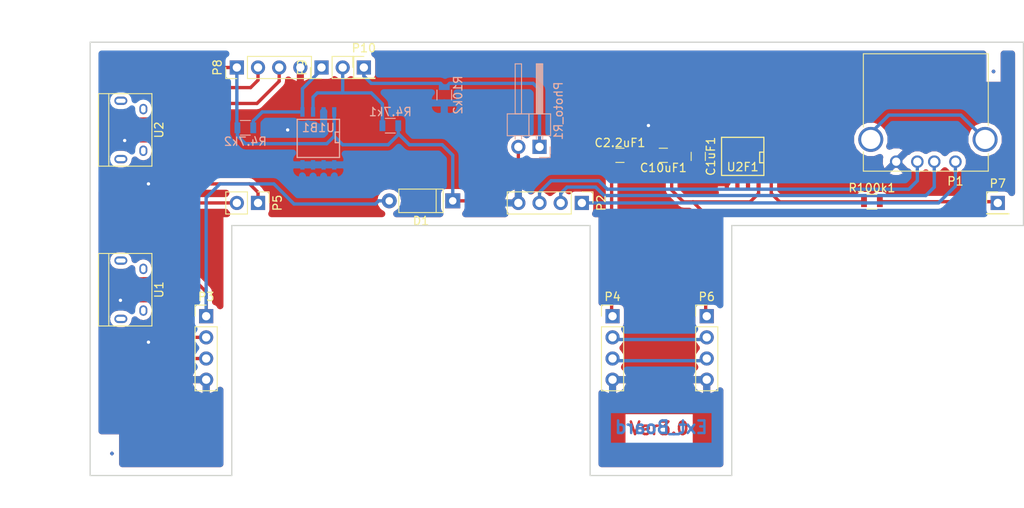
<source format=kicad_pcb>
(kicad_pcb (version 4) (host pcbnew 4.0.4-stable)

  (general
    (links 52)
    (no_connects 1)
    (area 11.320001 18.44 135.573382 80.840001)
    (thickness 1.6)
    (drawings 27)
    (tracks 177)
    (zones 0)
    (modules 23)
    (nets 25)
  )

  (page A4)
  (layers
    (0 F.Cu signal)
    (31 B.Cu signal)
    (32 B.Adhes user)
    (33 F.Adhes user)
    (34 B.Paste user)
    (35 F.Paste user)
    (36 B.SilkS user)
    (37 F.SilkS user)
    (38 B.Mask user)
    (39 F.Mask user hide)
    (40 Dwgs.User user)
    (41 Cmts.User user)
    (42 Eco1.User user)
    (43 Eco2.User user)
    (44 Edge.Cuts user)
    (45 Margin user)
    (46 B.CrtYd user)
    (47 F.CrtYd user)
    (48 B.Fab user)
    (49 F.Fab user)
  )

  (setup
    (last_trace_width 0.4)
    (trace_clearance 0.2)
    (zone_clearance 0.5)
    (zone_45_only yes)
    (trace_min 0.2)
    (segment_width 0.2)
    (edge_width 0.15)
    (via_size 0.6)
    (via_drill 0.4)
    (via_min_size 0.4)
    (via_min_drill 0.3)
    (uvia_size 0.3)
    (uvia_drill 0.1)
    (uvias_allowed no)
    (uvia_min_size 0.2)
    (uvia_min_drill 0.1)
    (pcb_text_width 0.3)
    (pcb_text_size 1.5 1.5)
    (mod_edge_width 0.15)
    (mod_text_size 1 1)
    (mod_text_width 0.15)
    (pad_size 1.524 1.524)
    (pad_drill 0.762)
    (pad_to_mask_clearance 0.2)
    (aux_axis_origin 0 0)
    (visible_elements 7FFFFF1F)
    (pcbplotparams
      (layerselection 0x00000_80000000)
      (usegerberextensions false)
      (excludeedgelayer false)
      (linewidth 0.100000)
      (plotframeref false)
      (viasonmask false)
      (mode 1)
      (useauxorigin false)
      (hpglpennumber 1)
      (hpglpenspeed 20)
      (hpglpendiameter 15)
      (hpglpenoverlay 2)
      (psnegative false)
      (psa4output false)
      (plotreference true)
      (plotvalue true)
      (plotinvisibletext false)
      (padsonsilk false)
      (subtractmaskfromsilk false)
      (outputformat 4)
      (mirror false)
      (drillshape 1)
      (scaleselection 1)
      (outputdirectory output22/))
  )

  (net 0 "")
  (net 1 "Net-(C1uF1-Pad1)")
  (net 2 "Net-(C1uF1-Pad2)")
  (net 3 "Net-(C2.2uF1-Pad1)")
  (net 4 "Net-(C10uF1-Pad1)")
  (net 5 "Net-(D1-Pad1)")
  (net 6 "Net-(D1-Pad2)")
  (net 7 "Net-(P1-Pad3)")
  (net 8 "Net-(P1-Pad2)")
  (net 9 "Net-(P1-Pad1)")
  (net 10 "Net-(P1-Pad5)")
  (net 11 "Net-(P3-Pad2)")
  (net 12 "Net-(P3-Pad3)")
  (net 13 "Net-(P4-Pad2)")
  (net 14 "Net-(P4-Pad3)")
  (net 15 "Net-(P5-Pad2)")
  (net 16 "Net-(P7-Pad1)")
  (net 17 "Net-(P9-Pad1)")
  (net 18 "Net-(P9-Pad2)")
  (net 19 "Net-(P10-Pad1)")
  (net 20 "Net-(R100k1-Pad1)")
  (net 21 "Net-(U1-Pad4)")
  (net 22 "Net-(U2-Pad4)")
  (net 23 "Net-(P5-Pad1)")
  (net 24 GND)

  (net_class Default "This is the default net class."
    (clearance 0.2)
    (trace_width 0.4)
    (via_dia 0.6)
    (via_drill 0.4)
    (uvia_dia 0.3)
    (uvia_drill 0.1)
    (add_net GND)
    (add_net "Net-(C10uF1-Pad1)")
    (add_net "Net-(C1uF1-Pad1)")
    (add_net "Net-(C1uF1-Pad2)")
    (add_net "Net-(C2.2uF1-Pad1)")
    (add_net "Net-(D1-Pad1)")
    (add_net "Net-(D1-Pad2)")
    (add_net "Net-(P1-Pad1)")
    (add_net "Net-(P1-Pad2)")
    (add_net "Net-(P1-Pad3)")
    (add_net "Net-(P1-Pad5)")
    (add_net "Net-(P10-Pad1)")
    (add_net "Net-(P3-Pad2)")
    (add_net "Net-(P3-Pad3)")
    (add_net "Net-(P4-Pad2)")
    (add_net "Net-(P4-Pad3)")
    (add_net "Net-(P5-Pad1)")
    (add_net "Net-(P5-Pad2)")
    (add_net "Net-(P7-Pad1)")
    (add_net "Net-(P9-Pad1)")
    (add_net "Net-(P9-Pad2)")
    (add_net "Net-(R100k1-Pad1)")
    (add_net "Net-(U1-Pad4)")
    (add_net "Net-(U2-Pad4)")
  )

  (module Diodes_ThroughHole:D_A-405_P7.62mm_Horizontal locked (layer F.Cu) (tedit 5921392E) (tstamp 59400BF4)
    (at 64.516 42.037 180)
    (descr "D, A-405 series, Axial, Horizontal, pin pitch=7.62mm, , length*diameter=5.2*2.7mm^2, , http://www.diodes.com/_files/packages/A-405.pdf")
    (tags "D A-405 series Axial Horizontal pin pitch 7.62mm  length 5.2mm diameter 2.7mm")
    (path /593F52E6)
    (fp_text reference D1 (at 3.81 -2.41 180) (layer F.SilkS)
      (effects (font (size 1 1) (thickness 0.15)))
    )
    (fp_text value D (at 3.81 2.41 180) (layer F.Fab)
      (effects (font (size 1 1) (thickness 0.15)))
    )
    (fp_text user %R (at 3.81 0 180) (layer F.Fab)
      (effects (font (size 1 1) (thickness 0.15)))
    )
    (fp_line (start 1.21 -1.35) (end 1.21 1.35) (layer F.Fab) (width 0.1))
    (fp_line (start 1.21 1.35) (end 6.41 1.35) (layer F.Fab) (width 0.1))
    (fp_line (start 6.41 1.35) (end 6.41 -1.35) (layer F.Fab) (width 0.1))
    (fp_line (start 6.41 -1.35) (end 1.21 -1.35) (layer F.Fab) (width 0.1))
    (fp_line (start 0 0) (end 1.21 0) (layer F.Fab) (width 0.1))
    (fp_line (start 7.62 0) (end 6.41 0) (layer F.Fab) (width 0.1))
    (fp_line (start 1.99 -1.35) (end 1.99 1.35) (layer F.Fab) (width 0.1))
    (fp_line (start 1.15 -1.41) (end 1.15 1.41) (layer F.SilkS) (width 0.12))
    (fp_line (start 1.15 1.41) (end 6.47 1.41) (layer F.SilkS) (width 0.12))
    (fp_line (start 6.47 1.41) (end 6.47 -1.41) (layer F.SilkS) (width 0.12))
    (fp_line (start 6.47 -1.41) (end 1.15 -1.41) (layer F.SilkS) (width 0.12))
    (fp_line (start 1.08 0) (end 1.15 0) (layer F.SilkS) (width 0.12))
    (fp_line (start 6.54 0) (end 6.47 0) (layer F.SilkS) (width 0.12))
    (fp_line (start 1.99 -1.41) (end 1.99 1.41) (layer F.SilkS) (width 0.12))
    (fp_line (start -1.15 -1.7) (end -1.15 1.7) (layer F.CrtYd) (width 0.05))
    (fp_line (start -1.15 1.7) (end 8.8 1.7) (layer F.CrtYd) (width 0.05))
    (fp_line (start 8.8 1.7) (end 8.8 -1.7) (layer F.CrtYd) (width 0.05))
    (fp_line (start 8.8 -1.7) (end -1.15 -1.7) (layer F.CrtYd) (width 0.05))
    (pad 1 thru_hole rect (at 0 0 180) (size 1.8 1.8) (drill 0.9) (layers *.Cu *.Mask)
      (net 5 "Net-(D1-Pad1)"))
    (pad 2 thru_hole oval (at 7.62 0 180) (size 1.8 1.8) (drill 0.9) (layers *.Cu *.Mask)
      (net 6 "Net-(D1-Pad2)"))
    (model ${KISYS3DMOD}/Diodes_THT.3dshapes/D_A-405_P7.62mm_Horizontal.wrl
      (at (xyz 0 0 0))
      (scale (xyz 0.393701 0.393701 0.393701))
      (rotate (xyz 0 0 0))
    )
  )

  (module Capacitors_SMD:C_0805 (layer F.Cu) (tedit 58AA8463) (tstamp 59400BE2)
    (at 93.98 36.703 270)
    (descr "Capacitor SMD 0805, reflow soldering, AVX (see smccp.pdf)")
    (tags "capacitor 0805")
    (path /593EB422)
    (attr smd)
    (fp_text reference C1uF1 (at 0 -1.5 270) (layer F.SilkS)
      (effects (font (size 1 1) (thickness 0.15)))
    )
    (fp_text value C (at 0 1.75 270) (layer F.Fab)
      (effects (font (size 1 1) (thickness 0.15)))
    )
    (fp_text user %R (at 0 -1.5 270) (layer F.Fab)
      (effects (font (size 1 1) (thickness 0.15)))
    )
    (fp_line (start -1 0.62) (end -1 -0.62) (layer F.Fab) (width 0.1))
    (fp_line (start 1 0.62) (end -1 0.62) (layer F.Fab) (width 0.1))
    (fp_line (start 1 -0.62) (end 1 0.62) (layer F.Fab) (width 0.1))
    (fp_line (start -1 -0.62) (end 1 -0.62) (layer F.Fab) (width 0.1))
    (fp_line (start 0.5 -0.85) (end -0.5 -0.85) (layer F.SilkS) (width 0.12))
    (fp_line (start -0.5 0.85) (end 0.5 0.85) (layer F.SilkS) (width 0.12))
    (fp_line (start -1.75 -0.88) (end 1.75 -0.88) (layer F.CrtYd) (width 0.05))
    (fp_line (start -1.75 -0.88) (end -1.75 0.87) (layer F.CrtYd) (width 0.05))
    (fp_line (start 1.75 0.87) (end 1.75 -0.88) (layer F.CrtYd) (width 0.05))
    (fp_line (start 1.75 0.87) (end -1.75 0.87) (layer F.CrtYd) (width 0.05))
    (pad 1 smd rect (at -1 0 270) (size 1 1.25) (layers F.Cu F.Paste F.Mask)
      (net 1 "Net-(C1uF1-Pad1)"))
    (pad 2 smd rect (at 1 0 270) (size 1 1.25) (layers F.Cu F.Paste F.Mask)
      (net 2 "Net-(C1uF1-Pad2)"))
    (model Capacitors_SMD.3dshapes/C_0805.wrl
      (at (xyz 0 0 0))
      (scale (xyz 1 1 1))
      (rotate (xyz 0 0 0))
    )
  )

  (module Capacitors_SMD:C_0805 (layer F.Cu) (tedit 58AA8463) (tstamp 59400BE8)
    (at 84.582 36.576)
    (descr "Capacitor SMD 0805, reflow soldering, AVX (see smccp.pdf)")
    (tags "capacitor 0805")
    (path /593EB472)
    (attr smd)
    (fp_text reference C2.2uF1 (at 0 -1.5) (layer F.SilkS)
      (effects (font (size 1 1) (thickness 0.15)))
    )
    (fp_text value C (at 0 1.75) (layer F.Fab)
      (effects (font (size 1 1) (thickness 0.15)))
    )
    (fp_text user %R (at 0 -1.5) (layer F.Fab)
      (effects (font (size 1 1) (thickness 0.15)))
    )
    (fp_line (start -1 0.62) (end -1 -0.62) (layer F.Fab) (width 0.1))
    (fp_line (start 1 0.62) (end -1 0.62) (layer F.Fab) (width 0.1))
    (fp_line (start 1 -0.62) (end 1 0.62) (layer F.Fab) (width 0.1))
    (fp_line (start -1 -0.62) (end 1 -0.62) (layer F.Fab) (width 0.1))
    (fp_line (start 0.5 -0.85) (end -0.5 -0.85) (layer F.SilkS) (width 0.12))
    (fp_line (start -0.5 0.85) (end 0.5 0.85) (layer F.SilkS) (width 0.12))
    (fp_line (start -1.75 -0.88) (end 1.75 -0.88) (layer F.CrtYd) (width 0.05))
    (fp_line (start -1.75 -0.88) (end -1.75 0.87) (layer F.CrtYd) (width 0.05))
    (fp_line (start 1.75 0.87) (end 1.75 -0.88) (layer F.CrtYd) (width 0.05))
    (fp_line (start 1.75 0.87) (end -1.75 0.87) (layer F.CrtYd) (width 0.05))
    (pad 1 smd rect (at -1 0) (size 1 1.25) (layers F.Cu F.Paste F.Mask)
      (net 3 "Net-(C2.2uF1-Pad1)"))
    (pad 2 smd rect (at 1 0) (size 1 1.25) (layers F.Cu F.Paste F.Mask)
      (net 24 GND))
    (model Capacitors_SMD.3dshapes/C_0805.wrl
      (at (xyz 0 0 0))
      (scale (xyz 1 1 1))
      (rotate (xyz 0 0 0))
    )
  )

  (module Capacitors_SMD:C_0805 (layer F.Cu) (tedit 58AA8463) (tstamp 59400BEE)
    (at 89.789 36.576 180)
    (descr "Capacitor SMD 0805, reflow soldering, AVX (see smccp.pdf)")
    (tags "capacitor 0805")
    (path /593EB3A6)
    (attr smd)
    (fp_text reference C10uF1 (at 0 -1.5 180) (layer F.SilkS)
      (effects (font (size 1 1) (thickness 0.15)))
    )
    (fp_text value C (at 0 1.75 180) (layer F.Fab)
      (effects (font (size 1 1) (thickness 0.15)))
    )
    (fp_text user %R (at 0 -1.5 180) (layer F.Fab)
      (effects (font (size 1 1) (thickness 0.15)))
    )
    (fp_line (start -1 0.62) (end -1 -0.62) (layer F.Fab) (width 0.1))
    (fp_line (start 1 0.62) (end -1 0.62) (layer F.Fab) (width 0.1))
    (fp_line (start 1 -0.62) (end 1 0.62) (layer F.Fab) (width 0.1))
    (fp_line (start -1 -0.62) (end 1 -0.62) (layer F.Fab) (width 0.1))
    (fp_line (start 0.5 -0.85) (end -0.5 -0.85) (layer F.SilkS) (width 0.12))
    (fp_line (start -0.5 0.85) (end 0.5 0.85) (layer F.SilkS) (width 0.12))
    (fp_line (start -1.75 -0.88) (end 1.75 -0.88) (layer F.CrtYd) (width 0.05))
    (fp_line (start -1.75 -0.88) (end -1.75 0.87) (layer F.CrtYd) (width 0.05))
    (fp_line (start 1.75 0.87) (end 1.75 -0.88) (layer F.CrtYd) (width 0.05))
    (fp_line (start 1.75 0.87) (end -1.75 0.87) (layer F.CrtYd) (width 0.05))
    (pad 1 smd rect (at -1 0 180) (size 1 1.25) (layers F.Cu F.Paste F.Mask)
      (net 4 "Net-(C10uF1-Pad1)"))
    (pad 2 smd rect (at 1 0 180) (size 1 1.25) (layers F.Cu F.Paste F.Mask)
      (net 24 GND))
    (model Capacitors_SMD.3dshapes/C_0805.wrl
      (at (xyz 0 0 0))
      (scale (xyz 1 1 1))
      (rotate (xyz 0 0 0))
    )
  )

  (module Connect:USB_A (layer F.Cu) (tedit 5543E289) (tstamp 59400C08)
    (at 124.841 37.338 180)
    (descr "USB A connector")
    (tags "USB USB_A")
    (path /593EA258)
    (fp_text reference P1 (at 0 -2.35 180) (layer F.SilkS)
      (effects (font (size 1 1) (thickness 0.15)))
    )
    (fp_text value USB_B (at 3.84 7.44 180) (layer F.Fab)
      (effects (font (size 1 1) (thickness 0.15)))
    )
    (fp_line (start -5.3 13.2) (end -5.3 -1.4) (layer F.CrtYd) (width 0.05))
    (fp_line (start 11.95 -1.4) (end 11.95 13.2) (layer F.CrtYd) (width 0.05))
    (fp_line (start -5.3 13.2) (end 11.95 13.2) (layer F.CrtYd) (width 0.05))
    (fp_line (start -5.3 -1.4) (end 11.95 -1.4) (layer F.CrtYd) (width 0.05))
    (fp_line (start 11.05 -1.14) (end 11.05 1.19) (layer F.SilkS) (width 0.12))
    (fp_line (start -3.94 -1.14) (end -3.94 0.98) (layer F.SilkS) (width 0.12))
    (fp_line (start 11.05 -1.14) (end -3.94 -1.14) (layer F.SilkS) (width 0.12))
    (fp_line (start 11.05 12.95) (end -3.94 12.95) (layer F.SilkS) (width 0.12))
    (fp_line (start 11.05 4.15) (end 11.05 12.95) (layer F.SilkS) (width 0.12))
    (fp_line (start -3.94 4.35) (end -3.94 12.95) (layer F.SilkS) (width 0.12))
    (pad 4 thru_hole circle (at 7.11 0 90) (size 1.5 1.5) (drill 1) (layers *.Cu *.Mask)
      (net 24 GND))
    (pad 3 thru_hole circle (at 4.57 0 90) (size 1.5 1.5) (drill 1) (layers *.Cu *.Mask)
      (net 7 "Net-(P1-Pad3)"))
    (pad 2 thru_hole circle (at 2.54 0 90) (size 1.5 1.5) (drill 1) (layers *.Cu *.Mask)
      (net 8 "Net-(P1-Pad2)"))
    (pad 1 thru_hole circle (at 0 0 90) (size 1.5 1.5) (drill 1) (layers *.Cu *.Mask)
      (net 9 "Net-(P1-Pad1)"))
    (pad 5 thru_hole circle (at 10.16 2.67 90) (size 3 3) (drill 2.3) (layers *.Cu *.Mask)
      (net 10 "Net-(P1-Pad5)"))
    (pad 5 thru_hole circle (at -3.56 2.67 90) (size 3 3) (drill 2.3) (layers *.Cu *.Mask)
      (net 10 "Net-(P1-Pad5)"))
    (model Connectors.3dshapes/USB_A.wrl
      (at (xyz 0.14 0 0))
      (scale (xyz 1 1 1))
      (rotate (xyz 0 0 90))
    )
  )

  (module Pin_Headers:Pin_Header_Straight_1x04_Pitch2.54mm locked (layer F.Cu) (tedit 58CD4EC1) (tstamp 59400C1F)
    (at 80.01 42.291 270)
    (descr "Through hole straight pin header, 1x04, 2.54mm pitch, single row")
    (tags "Through hole pin header THT 1x04 2.54mm single row")
    (path /593EC364)
    (fp_text reference P2 (at 0 -2.33 270) (layer F.SilkS)
      (effects (font (size 1 1) (thickness 0.15)))
    )
    (fp_text value CONN_USB_B (at 0 9.95 270) (layer F.Fab)
      (effects (font (size 1 1) (thickness 0.15)))
    )
    (fp_line (start -1.27 -1.27) (end -1.27 8.89) (layer F.Fab) (width 0.1))
    (fp_line (start -1.27 8.89) (end 1.27 8.89) (layer F.Fab) (width 0.1))
    (fp_line (start 1.27 8.89) (end 1.27 -1.27) (layer F.Fab) (width 0.1))
    (fp_line (start 1.27 -1.27) (end -1.27 -1.27) (layer F.Fab) (width 0.1))
    (fp_line (start -1.33 1.27) (end -1.33 8.95) (layer F.SilkS) (width 0.12))
    (fp_line (start -1.33 8.95) (end 1.33 8.95) (layer F.SilkS) (width 0.12))
    (fp_line (start 1.33 8.95) (end 1.33 1.27) (layer F.SilkS) (width 0.12))
    (fp_line (start 1.33 1.27) (end -1.33 1.27) (layer F.SilkS) (width 0.12))
    (fp_line (start -1.33 0) (end -1.33 -1.33) (layer F.SilkS) (width 0.12))
    (fp_line (start -1.33 -1.33) (end 0 -1.33) (layer F.SilkS) (width 0.12))
    (fp_line (start -1.8 -1.8) (end -1.8 9.4) (layer F.CrtYd) (width 0.05))
    (fp_line (start -1.8 9.4) (end 1.8 9.4) (layer F.CrtYd) (width 0.05))
    (fp_line (start 1.8 9.4) (end 1.8 -1.8) (layer F.CrtYd) (width 0.05))
    (fp_line (start 1.8 -1.8) (end -1.8 -1.8) (layer F.CrtYd) (width 0.05))
    (fp_text user %R (at 0 -2.33 270) (layer F.Fab)
      (effects (font (size 1 1) (thickness 0.15)))
    )
    (pad 1 thru_hole rect (at 0 0 270) (size 1.7 1.7) (drill 1) (layers *.Cu *.Mask)
      (net 9 "Net-(P1-Pad1)"))
    (pad 2 thru_hole oval (at 0 2.54 270) (size 1.7 1.7) (drill 1) (layers *.Cu *.Mask)
      (net 8 "Net-(P1-Pad2)"))
    (pad 3 thru_hole oval (at 0 5.08 270) (size 1.7 1.7) (drill 1) (layers *.Cu *.Mask)
      (net 7 "Net-(P1-Pad3)"))
    (pad 4 thru_hole oval (at 0 7.62 270) (size 1.7 1.7) (drill 1) (layers *.Cu *.Mask)
      (net 24 GND))
    (model ${KISYS3DMOD}/Pin_Headers.3dshapes/Pin_Header_Straight_1x04_Pitch2.54mm.wrl
      (at (xyz 0 -0.15 0))
      (scale (xyz 1 1 1))
      (rotate (xyz 0 0 90))
    )
  )

  (module Pin_Headers:Pin_Header_Straight_1x04_Pitch2.54mm (layer F.Cu) (tedit 58CD4EC1) (tstamp 59400C36)
    (at 34.925 55.88)
    (descr "Through hole straight pin header, 1x04, 2.54mm pitch, single row")
    (tags "Through hole pin header THT 1x04 2.54mm single row")
    (path /593EC285)
    (fp_text reference P3 (at 0 -2.33) (layer F.SilkS)
      (effects (font (size 1 1) (thickness 0.15)))
    )
    (fp_text value CONN_USB_HUB (at 0 9.95) (layer F.Fab)
      (effects (font (size 1 1) (thickness 0.15)))
    )
    (fp_line (start -1.27 -1.27) (end -1.27 8.89) (layer F.Fab) (width 0.1))
    (fp_line (start -1.27 8.89) (end 1.27 8.89) (layer F.Fab) (width 0.1))
    (fp_line (start 1.27 8.89) (end 1.27 -1.27) (layer F.Fab) (width 0.1))
    (fp_line (start 1.27 -1.27) (end -1.27 -1.27) (layer F.Fab) (width 0.1))
    (fp_line (start -1.33 1.27) (end -1.33 8.95) (layer F.SilkS) (width 0.12))
    (fp_line (start -1.33 8.95) (end 1.33 8.95) (layer F.SilkS) (width 0.12))
    (fp_line (start 1.33 8.95) (end 1.33 1.27) (layer F.SilkS) (width 0.12))
    (fp_line (start 1.33 1.27) (end -1.33 1.27) (layer F.SilkS) (width 0.12))
    (fp_line (start -1.33 0) (end -1.33 -1.33) (layer F.SilkS) (width 0.12))
    (fp_line (start -1.33 -1.33) (end 0 -1.33) (layer F.SilkS) (width 0.12))
    (fp_line (start -1.8 -1.8) (end -1.8 9.4) (layer F.CrtYd) (width 0.05))
    (fp_line (start -1.8 9.4) (end 1.8 9.4) (layer F.CrtYd) (width 0.05))
    (fp_line (start 1.8 9.4) (end 1.8 -1.8) (layer F.CrtYd) (width 0.05))
    (fp_line (start 1.8 -1.8) (end -1.8 -1.8) (layer F.CrtYd) (width 0.05))
    (fp_text user %R (at 0 -2.33) (layer F.Fab)
      (effects (font (size 1 1) (thickness 0.15)))
    )
    (pad 1 thru_hole rect (at 0 0) (size 1.7 1.7) (drill 1) (layers *.Cu *.Mask)
      (net 6 "Net-(D1-Pad2)"))
    (pad 2 thru_hole oval (at 0 2.54) (size 1.7 1.7) (drill 1) (layers *.Cu *.Mask)
      (net 11 "Net-(P3-Pad2)"))
    (pad 3 thru_hole oval (at 0 5.08) (size 1.7 1.7) (drill 1) (layers *.Cu *.Mask)
      (net 12 "Net-(P3-Pad3)"))
    (pad 4 thru_hole oval (at 0 7.62) (size 1.7 1.7) (drill 1) (layers *.Cu *.Mask)
      (net 24 GND))
    (model ${KISYS3DMOD}/Pin_Headers.3dshapes/Pin_Header_Straight_1x04_Pitch2.54mm.wrl
      (at (xyz 0 -0.15 0))
      (scale (xyz 1 1 1))
      (rotate (xyz 0 0 90))
    )
  )

  (module Pin_Headers:Pin_Header_Straight_1x04_Pitch2.54mm (layer F.Cu) (tedit 58CD4EC1) (tstamp 59400C4D)
    (at 83.693 55.88)
    (descr "Through hole straight pin header, 1x04, 2.54mm pitch, single row")
    (tags "Through hole pin header THT 1x04 2.54mm single row")
    (path /593EC2D0)
    (fp_text reference P4 (at 0 -2.33) (layer F.SilkS)
      (effects (font (size 1 1) (thickness 0.15)))
    )
    (fp_text value CONN_USB_FDRIVE (at 0 9.95) (layer F.Fab)
      (effects (font (size 1 1) (thickness 0.15)))
    )
    (fp_line (start -1.27 -1.27) (end -1.27 8.89) (layer F.Fab) (width 0.1))
    (fp_line (start -1.27 8.89) (end 1.27 8.89) (layer F.Fab) (width 0.1))
    (fp_line (start 1.27 8.89) (end 1.27 -1.27) (layer F.Fab) (width 0.1))
    (fp_line (start 1.27 -1.27) (end -1.27 -1.27) (layer F.Fab) (width 0.1))
    (fp_line (start -1.33 1.27) (end -1.33 8.95) (layer F.SilkS) (width 0.12))
    (fp_line (start -1.33 8.95) (end 1.33 8.95) (layer F.SilkS) (width 0.12))
    (fp_line (start 1.33 8.95) (end 1.33 1.27) (layer F.SilkS) (width 0.12))
    (fp_line (start 1.33 1.27) (end -1.33 1.27) (layer F.SilkS) (width 0.12))
    (fp_line (start -1.33 0) (end -1.33 -1.33) (layer F.SilkS) (width 0.12))
    (fp_line (start -1.33 -1.33) (end 0 -1.33) (layer F.SilkS) (width 0.12))
    (fp_line (start -1.8 -1.8) (end -1.8 9.4) (layer F.CrtYd) (width 0.05))
    (fp_line (start -1.8 9.4) (end 1.8 9.4) (layer F.CrtYd) (width 0.05))
    (fp_line (start 1.8 9.4) (end 1.8 -1.8) (layer F.CrtYd) (width 0.05))
    (fp_line (start 1.8 -1.8) (end -1.8 -1.8) (layer F.CrtYd) (width 0.05))
    (fp_text user %R (at 0 -2.33) (layer F.Fab)
      (effects (font (size 1 1) (thickness 0.15)))
    )
    (pad 1 thru_hole rect (at 0 0) (size 1.7 1.7) (drill 1) (layers *.Cu *.Mask)
      (net 3 "Net-(C2.2uF1-Pad1)"))
    (pad 2 thru_hole oval (at 0 2.54) (size 1.7 1.7) (drill 1) (layers *.Cu *.Mask)
      (net 13 "Net-(P4-Pad2)"))
    (pad 3 thru_hole oval (at 0 5.08) (size 1.7 1.7) (drill 1) (layers *.Cu *.Mask)
      (net 14 "Net-(P4-Pad3)"))
    (pad 4 thru_hole oval (at 0 7.62) (size 1.7 1.7) (drill 1) (layers *.Cu *.Mask)
      (net 24 GND))
    (model ${KISYS3DMOD}/Pin_Headers.3dshapes/Pin_Header_Straight_1x04_Pitch2.54mm.wrl
      (at (xyz 0 -0.15 0))
      (scale (xyz 1 1 1))
      (rotate (xyz 0 0 90))
    )
  )

  (module Pin_Headers:Pin_Header_Straight_1x04_Pitch2.54mm (layer F.Cu) (tedit 58CD4EC1) (tstamp 59400C7B)
    (at 94.996 55.88)
    (descr "Through hole straight pin header, 1x04, 2.54mm pitch, single row")
    (tags "Through hole pin header THT 1x04 2.54mm single row")
    (path /593EF89A)
    (fp_text reference P6 (at 0 -2.33) (layer F.SilkS)
      (effects (font (size 1 1) (thickness 0.15)))
    )
    (fp_text value CONN_usb_fdrv (at 0 9.95) (layer F.Fab)
      (effects (font (size 1 1) (thickness 0.15)))
    )
    (fp_line (start -1.27 -1.27) (end -1.27 8.89) (layer F.Fab) (width 0.1))
    (fp_line (start -1.27 8.89) (end 1.27 8.89) (layer F.Fab) (width 0.1))
    (fp_line (start 1.27 8.89) (end 1.27 -1.27) (layer F.Fab) (width 0.1))
    (fp_line (start 1.27 -1.27) (end -1.27 -1.27) (layer F.Fab) (width 0.1))
    (fp_line (start -1.33 1.27) (end -1.33 8.95) (layer F.SilkS) (width 0.12))
    (fp_line (start -1.33 8.95) (end 1.33 8.95) (layer F.SilkS) (width 0.12))
    (fp_line (start 1.33 8.95) (end 1.33 1.27) (layer F.SilkS) (width 0.12))
    (fp_line (start 1.33 1.27) (end -1.33 1.27) (layer F.SilkS) (width 0.12))
    (fp_line (start -1.33 0) (end -1.33 -1.33) (layer F.SilkS) (width 0.12))
    (fp_line (start -1.33 -1.33) (end 0 -1.33) (layer F.SilkS) (width 0.12))
    (fp_line (start -1.8 -1.8) (end -1.8 9.4) (layer F.CrtYd) (width 0.05))
    (fp_line (start -1.8 9.4) (end 1.8 9.4) (layer F.CrtYd) (width 0.05))
    (fp_line (start 1.8 9.4) (end 1.8 -1.8) (layer F.CrtYd) (width 0.05))
    (fp_line (start 1.8 -1.8) (end -1.8 -1.8) (layer F.CrtYd) (width 0.05))
    (fp_text user %R (at 0 -2.33) (layer F.Fab)
      (effects (font (size 1 1) (thickness 0.15)))
    )
    (pad 1 thru_hole rect (at 0 0) (size 1.7 1.7) (drill 1) (layers *.Cu *.Mask)
      (net 4 "Net-(C10uF1-Pad1)"))
    (pad 2 thru_hole oval (at 0 2.54) (size 1.7 1.7) (drill 1) (layers *.Cu *.Mask)
      (net 13 "Net-(P4-Pad2)"))
    (pad 3 thru_hole oval (at 0 5.08) (size 1.7 1.7) (drill 1) (layers *.Cu *.Mask)
      (net 14 "Net-(P4-Pad3)"))
    (pad 4 thru_hole oval (at 0 7.62) (size 1.7 1.7) (drill 1) (layers *.Cu *.Mask)
      (net 24 GND))
    (model ${KISYS3DMOD}/Pin_Headers.3dshapes/Pin_Header_Straight_1x04_Pitch2.54mm.wrl
      (at (xyz 0 -0.15 0))
      (scale (xyz 1 1 1))
      (rotate (xyz 0 0 90))
    )
  )

  (module Pin_Headers:Pin_Header_Straight_1x01_Pitch2.54mm (layer F.Cu) (tedit 58CD4EC1) (tstamp 59400C8F)
    (at 129.921 42.291)
    (descr "Through hole straight pin header, 1x01, 2.54mm pitch, single row")
    (tags "Through hole pin header THT 1x01 2.54mm single row")
    (path /593EA7F3)
    (fp_text reference P7 (at 0 -2.33) (layer F.SilkS)
      (effects (font (size 1 1) (thickness 0.15)))
    )
    (fp_text value CONN_T_c_fdrv (at 0 2.33) (layer F.Fab)
      (effects (font (size 1 1) (thickness 0.15)))
    )
    (fp_line (start -1.27 -1.27) (end -1.27 1.27) (layer F.Fab) (width 0.1))
    (fp_line (start -1.27 1.27) (end 1.27 1.27) (layer F.Fab) (width 0.1))
    (fp_line (start 1.27 1.27) (end 1.27 -1.27) (layer F.Fab) (width 0.1))
    (fp_line (start 1.27 -1.27) (end -1.27 -1.27) (layer F.Fab) (width 0.1))
    (fp_line (start -1.33 1.27) (end -1.33 1.33) (layer F.SilkS) (width 0.12))
    (fp_line (start -1.33 1.33) (end 1.33 1.33) (layer F.SilkS) (width 0.12))
    (fp_line (start 1.33 1.33) (end 1.33 1.27) (layer F.SilkS) (width 0.12))
    (fp_line (start 1.33 1.27) (end -1.33 1.27) (layer F.SilkS) (width 0.12))
    (fp_line (start -1.33 0) (end -1.33 -1.33) (layer F.SilkS) (width 0.12))
    (fp_line (start -1.33 -1.33) (end 0 -1.33) (layer F.SilkS) (width 0.12))
    (fp_line (start -1.8 -1.8) (end -1.8 1.8) (layer F.CrtYd) (width 0.05))
    (fp_line (start -1.8 1.8) (end 1.8 1.8) (layer F.CrtYd) (width 0.05))
    (fp_line (start 1.8 1.8) (end 1.8 -1.8) (layer F.CrtYd) (width 0.05))
    (fp_line (start 1.8 -1.8) (end -1.8 -1.8) (layer F.CrtYd) (width 0.05))
    (fp_text user %R (at 0 -2.33) (layer F.Fab)
      (effects (font (size 1 1) (thickness 0.15)))
    )
    (pad 1 thru_hole rect (at 0 0) (size 1.7 1.7) (drill 1) (layers *.Cu *.Mask)
      (net 16 "Net-(P7-Pad1)"))
    (model ${KISYS3DMOD}/Pin_Headers.3dshapes/Pin_Header_Straight_1x01_Pitch2.54mm.wrl
      (at (xyz 0 0 0))
      (scale (xyz 1 1 1))
      (rotate (xyz 0 0 90))
    )
  )

  (module Pin_Headers:Pin_Header_Straight_1x04_Pitch2.54mm (layer F.Cu) (tedit 58CD4EC1) (tstamp 59400CA6)
    (at 38.608 26.035 90)
    (descr "Through hole straight pin header, 1x04, 2.54mm pitch, single row")
    (tags "Through hole pin header THT 1x04 2.54mm single row")
    (path /593EA8AF)
    (fp_text reference P8 (at 0 -2.33 90) (layer F.SilkS)
      (effects (font (size 1 1) (thickness 0.15)))
    )
    (fp_text value CONN_teensy (at 0 9.95 90) (layer F.Fab)
      (effects (font (size 1 1) (thickness 0.15)))
    )
    (fp_line (start -1.27 -1.27) (end -1.27 8.89) (layer F.Fab) (width 0.1))
    (fp_line (start -1.27 8.89) (end 1.27 8.89) (layer F.Fab) (width 0.1))
    (fp_line (start 1.27 8.89) (end 1.27 -1.27) (layer F.Fab) (width 0.1))
    (fp_line (start 1.27 -1.27) (end -1.27 -1.27) (layer F.Fab) (width 0.1))
    (fp_line (start -1.33 1.27) (end -1.33 8.95) (layer F.SilkS) (width 0.12))
    (fp_line (start -1.33 8.95) (end 1.33 8.95) (layer F.SilkS) (width 0.12))
    (fp_line (start 1.33 8.95) (end 1.33 1.27) (layer F.SilkS) (width 0.12))
    (fp_line (start 1.33 1.27) (end -1.33 1.27) (layer F.SilkS) (width 0.12))
    (fp_line (start -1.33 0) (end -1.33 -1.33) (layer F.SilkS) (width 0.12))
    (fp_line (start -1.33 -1.33) (end 0 -1.33) (layer F.SilkS) (width 0.12))
    (fp_line (start -1.8 -1.8) (end -1.8 9.4) (layer F.CrtYd) (width 0.05))
    (fp_line (start -1.8 9.4) (end 1.8 9.4) (layer F.CrtYd) (width 0.05))
    (fp_line (start 1.8 9.4) (end 1.8 -1.8) (layer F.CrtYd) (width 0.05))
    (fp_line (start 1.8 -1.8) (end -1.8 -1.8) (layer F.CrtYd) (width 0.05))
    (fp_text user %R (at 0 -2.33 90) (layer F.Fab)
      (effects (font (size 1 1) (thickness 0.15)))
    )
    (pad 1 thru_hole rect (at 0 0 90) (size 1.7 1.7) (drill 1) (layers *.Cu *.Mask)
      (net 5 "Net-(D1-Pad1)"))
    (pad 2 thru_hole oval (at 0 2.54 90) (size 1.7 1.7) (drill 1) (layers *.Cu *.Mask)
      (net 15 "Net-(P5-Pad2)"))
    (pad 3 thru_hole oval (at 0 5.08 90) (size 1.7 1.7) (drill 1) (layers *.Cu *.Mask)
      (net 23 "Net-(P5-Pad1)"))
    (pad 4 thru_hole oval (at 0 7.62 90) (size 1.7 1.7) (drill 1) (layers *.Cu *.Mask)
      (net 24 GND))
    (model ${KISYS3DMOD}/Pin_Headers.3dshapes/Pin_Header_Straight_1x04_Pitch2.54mm.wrl
      (at (xyz 0 -0.15 0))
      (scale (xyz 1 1 1))
      (rotate (xyz 0 0 90))
    )
  )

  (module Pin_Headers:Pin_Header_Straight_1x02_Pitch2.54mm (layer F.Cu) (tedit 58CD4EC1) (tstamp 59400CBB)
    (at 48.768 26.035 90)
    (descr "Through hole straight pin header, 1x02, 2.54mm pitch, single row")
    (tags "Through hole pin header THT 1x02 2.54mm single row")
    (path /593EA84E)
    (fp_text reference P9 (at 0 -2.33 90) (layer F.SilkS)
      (effects (font (size 1 1) (thickness 0.15)))
    )
    (fp_text value CONN_t_c_eeprom (at 0 4.87 90) (layer F.Fab)
      (effects (font (size 1 1) (thickness 0.15)))
    )
    (fp_line (start -1.27 -1.27) (end -1.27 3.81) (layer F.Fab) (width 0.1))
    (fp_line (start -1.27 3.81) (end 1.27 3.81) (layer F.Fab) (width 0.1))
    (fp_line (start 1.27 3.81) (end 1.27 -1.27) (layer F.Fab) (width 0.1))
    (fp_line (start 1.27 -1.27) (end -1.27 -1.27) (layer F.Fab) (width 0.1))
    (fp_line (start -1.33 1.27) (end -1.33 3.87) (layer F.SilkS) (width 0.12))
    (fp_line (start -1.33 3.87) (end 1.33 3.87) (layer F.SilkS) (width 0.12))
    (fp_line (start 1.33 3.87) (end 1.33 1.27) (layer F.SilkS) (width 0.12))
    (fp_line (start 1.33 1.27) (end -1.33 1.27) (layer F.SilkS) (width 0.12))
    (fp_line (start -1.33 0) (end -1.33 -1.33) (layer F.SilkS) (width 0.12))
    (fp_line (start -1.33 -1.33) (end 0 -1.33) (layer F.SilkS) (width 0.12))
    (fp_line (start -1.8 -1.8) (end -1.8 4.35) (layer F.CrtYd) (width 0.05))
    (fp_line (start -1.8 4.35) (end 1.8 4.35) (layer F.CrtYd) (width 0.05))
    (fp_line (start 1.8 4.35) (end 1.8 -1.8) (layer F.CrtYd) (width 0.05))
    (fp_line (start 1.8 -1.8) (end -1.8 -1.8) (layer F.CrtYd) (width 0.05))
    (fp_text user %R (at 0 -2.33 90) (layer F.Fab)
      (effects (font (size 1 1) (thickness 0.15)))
    )
    (pad 1 thru_hole rect (at 0 0 90) (size 1.7 1.7) (drill 1) (layers *.Cu *.Mask)
      (net 17 "Net-(P9-Pad1)"))
    (pad 2 thru_hole oval (at 0 2.54 90) (size 1.7 1.7) (drill 1) (layers *.Cu *.Mask)
      (net 18 "Net-(P9-Pad2)"))
    (model ${KISYS3DMOD}/Pin_Headers.3dshapes/Pin_Header_Straight_1x02_Pitch2.54mm.wrl
      (at (xyz 0 -0.05 0))
      (scale (xyz 1 1 1))
      (rotate (xyz 0 0 90))
    )
  )

  (module Pin_Headers:Pin_Header_Straight_1x01_Pitch2.54mm (layer F.Cu) (tedit 58CD4EC1) (tstamp 59400CCF)
    (at 53.848 26.035)
    (descr "Through hole straight pin header, 1x01, 2.54mm pitch, single row")
    (tags "Through hole pin header THT 1x01 2.54mm single row")
    (path /593FB77C)
    (fp_text reference P10 (at 0 -2.33) (layer F.SilkS)
      (effects (font (size 1 1) (thickness 0.15)))
    )
    (fp_text value CONN_T_c_leddim (at 0 2.33) (layer F.Fab)
      (effects (font (size 1 1) (thickness 0.15)))
    )
    (fp_line (start -1.27 -1.27) (end -1.27 1.27) (layer F.Fab) (width 0.1))
    (fp_line (start -1.27 1.27) (end 1.27 1.27) (layer F.Fab) (width 0.1))
    (fp_line (start 1.27 1.27) (end 1.27 -1.27) (layer F.Fab) (width 0.1))
    (fp_line (start 1.27 -1.27) (end -1.27 -1.27) (layer F.Fab) (width 0.1))
    (fp_line (start -1.33 1.27) (end -1.33 1.33) (layer F.SilkS) (width 0.12))
    (fp_line (start -1.33 1.33) (end 1.33 1.33) (layer F.SilkS) (width 0.12))
    (fp_line (start 1.33 1.33) (end 1.33 1.27) (layer F.SilkS) (width 0.12))
    (fp_line (start 1.33 1.27) (end -1.33 1.27) (layer F.SilkS) (width 0.12))
    (fp_line (start -1.33 0) (end -1.33 -1.33) (layer F.SilkS) (width 0.12))
    (fp_line (start -1.33 -1.33) (end 0 -1.33) (layer F.SilkS) (width 0.12))
    (fp_line (start -1.8 -1.8) (end -1.8 1.8) (layer F.CrtYd) (width 0.05))
    (fp_line (start -1.8 1.8) (end 1.8 1.8) (layer F.CrtYd) (width 0.05))
    (fp_line (start 1.8 1.8) (end 1.8 -1.8) (layer F.CrtYd) (width 0.05))
    (fp_line (start 1.8 -1.8) (end -1.8 -1.8) (layer F.CrtYd) (width 0.05))
    (fp_text user %R (at 0 -2.33) (layer F.Fab)
      (effects (font (size 1 1) (thickness 0.15)))
    )
    (pad 1 thru_hole rect (at 0 0) (size 1.7 1.7) (drill 1) (layers *.Cu *.Mask)
      (net 19 "Net-(P10-Pad1)"))
    (model ${KISYS3DMOD}/Pin_Headers.3dshapes/Pin_Header_Straight_1x01_Pitch2.54mm.wrl
      (at (xyz 0 0 0))
      (scale (xyz 1 1 1))
      (rotate (xyz 0 0 90))
    )
  )

  (module Resistors_SMD:R_0805 (layer B.Cu) (tedit 5940E547) (tstamp 59400CD5)
    (at 57.023 33.02 180)
    (descr "Resistor SMD 0805, reflow soldering, Vishay (see dcrcw.pdf)")
    (tags "resistor 0805")
    (path /593EB872)
    (attr smd)
    (fp_text reference R4.7k1 (at 0 1.65 180) (layer B.SilkS)
      (effects (font (size 1 1) (thickness 0.15)) (justify mirror))
    )
    (fp_text value R (at 0 -1.75 180) (layer B.Fab)
      (effects (font (size 1 1) (thickness 0.15)) (justify mirror))
    )
    (fp_text user %R (at 0 0 180) (layer B.Fab)
      (effects (font (size 0.5 0.5) (thickness 0.075)) (justify mirror))
    )
    (fp_line (start -1 -0.62) (end -1 0.62) (layer B.Fab) (width 0.1))
    (fp_line (start 1 -0.62) (end -1 -0.62) (layer B.Fab) (width 0.1))
    (fp_line (start 1 0.62) (end 1 -0.62) (layer B.Fab) (width 0.1))
    (fp_line (start -1 0.62) (end 1 0.62) (layer B.Fab) (width 0.1))
    (fp_line (start 0.6 -0.88) (end -0.6 -0.88) (layer B.SilkS) (width 0.12))
    (fp_line (start -0.6 0.88) (end 0.6 0.88) (layer B.SilkS) (width 0.12))
    (fp_line (start -1.55 0.9) (end 1.55 0.9) (layer B.CrtYd) (width 0.05))
    (fp_line (start -1.55 0.9) (end -1.55 -0.9) (layer B.CrtYd) (width 0.05))
    (fp_line (start 1.55 -0.9) (end 1.55 0.9) (layer B.CrtYd) (width 0.05))
    (fp_line (start 1.55 -0.9) (end -1.55 -0.9) (layer B.CrtYd) (width 0.05))
    (pad 1 smd rect (at -0.95 0 180) (size 0.7 1.3) (layers B.Cu B.Paste B.Mask)
      (net 5 "Net-(D1-Pad1)"))
    (pad 2 smd rect (at 0.95 0 180) (size 0.7 1.3) (layers B.Cu B.Paste B.Mask)
      (net 18 "Net-(P9-Pad2)"))
    (model ${KISYS3DMOD}/Resistors_SMD.3dshapes/R_0805.wrl
      (at (xyz 0 0 0))
      (scale (xyz 1 1 1))
      (rotate (xyz 0 0 0))
    )
  )

  (module Resistors_SMD:R_0805 (layer B.Cu) (tedit 5940E55F) (tstamp 59400CDB)
    (at 39.624 33.274)
    (descr "Resistor SMD 0805, reflow soldering, Vishay (see dcrcw.pdf)")
    (tags "resistor 0805")
    (path /593EB7F1)
    (attr smd)
    (fp_text reference R4.7k2 (at 0 1.65) (layer B.SilkS)
      (effects (font (size 1 1) (thickness 0.15)) (justify mirror))
    )
    (fp_text value R (at 0 -1.75) (layer B.Fab)
      (effects (font (size 1 1) (thickness 0.15)) (justify mirror))
    )
    (fp_text user %R (at 0.127 0) (layer B.Fab)
      (effects (font (size 0.5 0.5) (thickness 0.075)) (justify mirror))
    )
    (fp_line (start -1 -0.62) (end -1 0.62) (layer B.Fab) (width 0.1))
    (fp_line (start 1 -0.62) (end -1 -0.62) (layer B.Fab) (width 0.1))
    (fp_line (start 1 0.62) (end 1 -0.62) (layer B.Fab) (width 0.1))
    (fp_line (start -1 0.62) (end 1 0.62) (layer B.Fab) (width 0.1))
    (fp_line (start 0.6 -0.88) (end -0.6 -0.88) (layer B.SilkS) (width 0.12))
    (fp_line (start -0.6 0.88) (end 0.6 0.88) (layer B.SilkS) (width 0.12))
    (fp_line (start -1.55 0.9) (end 1.55 0.9) (layer B.CrtYd) (width 0.05))
    (fp_line (start -1.55 0.9) (end -1.55 -0.9) (layer B.CrtYd) (width 0.05))
    (fp_line (start 1.55 -0.9) (end 1.55 0.9) (layer B.CrtYd) (width 0.05))
    (fp_line (start 1.55 -0.9) (end -1.55 -0.9) (layer B.CrtYd) (width 0.05))
    (pad 1 smd rect (at -0.95 0) (size 0.7 1.3) (layers B.Cu B.Paste B.Mask)
      (net 5 "Net-(D1-Pad1)"))
    (pad 2 smd rect (at 0.95 0) (size 0.7 1.3) (layers B.Cu B.Paste B.Mask)
      (net 17 "Net-(P9-Pad1)"))
    (model ${KISYS3DMOD}/Resistors_SMD.3dshapes/R_0805.wrl
      (at (xyz 0 0 0))
      (scale (xyz 1 1 1))
      (rotate (xyz 0 0 0))
    )
  )

  (module Resistors_SMD:R_0805 (layer B.Cu) (tedit 58E0A804) (tstamp 59400CE1)
    (at 63.5 29.337 90)
    (descr "Resistor SMD 0805, reflow soldering, Vishay (see dcrcw.pdf)")
    (tags "resistor 0805")
    (path /593FC07B)
    (attr smd)
    (fp_text reference R10k2 (at 0 1.65 90) (layer B.SilkS)
      (effects (font (size 1 1) (thickness 0.15)) (justify mirror))
    )
    (fp_text value R (at 0 -1.75 90) (layer B.Fab)
      (effects (font (size 1 1) (thickness 0.15)) (justify mirror))
    )
    (fp_text user %R (at 0 0 90) (layer B.Fab)
      (effects (font (size 0.5 0.5) (thickness 0.075)) (justify mirror))
    )
    (fp_line (start -1 -0.62) (end -1 0.62) (layer B.Fab) (width 0.1))
    (fp_line (start 1 -0.62) (end -1 -0.62) (layer B.Fab) (width 0.1))
    (fp_line (start 1 0.62) (end 1 -0.62) (layer B.Fab) (width 0.1))
    (fp_line (start -1 0.62) (end 1 0.62) (layer B.Fab) (width 0.1))
    (fp_line (start 0.6 -0.88) (end -0.6 -0.88) (layer B.SilkS) (width 0.12))
    (fp_line (start -0.6 0.88) (end 0.6 0.88) (layer B.SilkS) (width 0.12))
    (fp_line (start -1.55 0.9) (end 1.55 0.9) (layer B.CrtYd) (width 0.05))
    (fp_line (start -1.55 0.9) (end -1.55 -0.9) (layer B.CrtYd) (width 0.05))
    (fp_line (start 1.55 -0.9) (end 1.55 0.9) (layer B.CrtYd) (width 0.05))
    (fp_line (start 1.55 -0.9) (end -1.55 -0.9) (layer B.CrtYd) (width 0.05))
    (pad 1 smd rect (at -0.95 0 90) (size 0.7 1.3) (layers B.Cu B.Paste B.Mask)
      (net 24 GND))
    (pad 2 smd rect (at 0.95 0 90) (size 0.7 1.3) (layers B.Cu B.Paste B.Mask)
      (net 19 "Net-(P10-Pad1)"))
    (model ${KISYS3DMOD}/Resistors_SMD.3dshapes/R_0805.wrl
      (at (xyz 0 0 0))
      (scale (xyz 1 1 1))
      (rotate (xyz 0 0 0))
    )
  )

  (module Resistors_SMD:R_0805 (layer F.Cu) (tedit 58E0A804) (tstamp 59400CE7)
    (at 114.82 42.14)
    (descr "Resistor SMD 0805, reflow soldering, Vishay (see dcrcw.pdf)")
    (tags "resistor 0805")
    (path /593EFA92)
    (attr smd)
    (fp_text reference R100k1 (at 0 -1.65) (layer F.SilkS)
      (effects (font (size 1 1) (thickness 0.15)))
    )
    (fp_text value R (at 0 1.75) (layer F.Fab)
      (effects (font (size 1 1) (thickness 0.15)))
    )
    (fp_text user %R (at 0 0) (layer F.Fab)
      (effects (font (size 0.5 0.5) (thickness 0.075)))
    )
    (fp_line (start -1 0.62) (end -1 -0.62) (layer F.Fab) (width 0.1))
    (fp_line (start 1 0.62) (end -1 0.62) (layer F.Fab) (width 0.1))
    (fp_line (start 1 -0.62) (end 1 0.62) (layer F.Fab) (width 0.1))
    (fp_line (start -1 -0.62) (end 1 -0.62) (layer F.Fab) (width 0.1))
    (fp_line (start 0.6 0.88) (end -0.6 0.88) (layer F.SilkS) (width 0.12))
    (fp_line (start -0.6 -0.88) (end 0.6 -0.88) (layer F.SilkS) (width 0.12))
    (fp_line (start -1.55 -0.9) (end 1.55 -0.9) (layer F.CrtYd) (width 0.05))
    (fp_line (start -1.55 -0.9) (end -1.55 0.9) (layer F.CrtYd) (width 0.05))
    (fp_line (start 1.55 0.9) (end 1.55 -0.9) (layer F.CrtYd) (width 0.05))
    (fp_line (start 1.55 0.9) (end -1.55 0.9) (layer F.CrtYd) (width 0.05))
    (pad 1 smd rect (at -0.95 0) (size 0.7 1.3) (layers F.Cu F.Paste F.Mask)
      (net 20 "Net-(R100k1-Pad1)"))
    (pad 2 smd rect (at 0.95 0) (size 0.7 1.3) (layers F.Cu F.Paste F.Mask)
      (net 16 "Net-(P7-Pad1)"))
    (model ${KISYS3DMOD}/Resistors_SMD.3dshapes/R_0805.wrl
      (at (xyz 0 0 0))
      (scale (xyz 1 1 1))
      (rotate (xyz 0 0 0))
    )
  )

  (module Connect:USB_Micro-B (layer F.Cu) (tedit 5543E447) (tstamp 59400CFD)
    (at 26.035 52.705 270)
    (descr "Micro USB Type B Receptacle")
    (tags "USB USB_B USB_micro USB_OTG")
    (path /593EA66E)
    (attr smd)
    (fp_text reference U1 (at 0 -3.24 270) (layer F.SilkS)
      (effects (font (size 1 1) (thickness 0.15)))
    )
    (fp_text value HUB_MICRO-B_USB (at 0 5.01 270) (layer F.Fab)
      (effects (font (size 1 1) (thickness 0.15)))
    )
    (fp_line (start -4.6 -2.59) (end 4.6 -2.59) (layer F.CrtYd) (width 0.05))
    (fp_line (start 4.6 -2.59) (end 4.6 4.26) (layer F.CrtYd) (width 0.05))
    (fp_line (start 4.6 4.26) (end -4.6 4.26) (layer F.CrtYd) (width 0.05))
    (fp_line (start -4.6 4.26) (end -4.6 -2.59) (layer F.CrtYd) (width 0.05))
    (fp_line (start -4.35 4.03) (end 4.35 4.03) (layer F.SilkS) (width 0.12))
    (fp_line (start -4.35 -2.38) (end 4.35 -2.38) (layer F.SilkS) (width 0.12))
    (fp_line (start 4.35 -2.38) (end 4.35 4.03) (layer F.SilkS) (width 0.12))
    (fp_line (start 4.35 2.8) (end -4.35 2.8) (layer F.SilkS) (width 0.12))
    (fp_line (start -4.35 4.03) (end -4.35 -2.38) (layer F.SilkS) (width 0.12))
    (pad 1 smd rect (at -1.3 -1.35) (size 1.35 0.4) (layers F.Cu F.Paste F.Mask)
      (net 6 "Net-(D1-Pad2)"))
    (pad 2 smd rect (at -0.65 -1.35) (size 1.35 0.4) (layers F.Cu F.Paste F.Mask)
      (net 11 "Net-(P3-Pad2)"))
    (pad 3 smd rect (at 0 -1.35) (size 1.35 0.4) (layers F.Cu F.Paste F.Mask)
      (net 12 "Net-(P3-Pad3)"))
    (pad 4 smd rect (at 0.65 -1.35) (size 1.35 0.4) (layers F.Cu F.Paste F.Mask)
      (net 21 "Net-(U1-Pad4)"))
    (pad 5 smd rect (at 1.3 -1.35) (size 1.35 0.4) (layers F.Cu F.Paste F.Mask)
      (net 24 GND))
    (pad 6 thru_hole oval (at -2.5 -1.35) (size 0.95 1.25) (drill oval 0.55 0.85) (layers *.Cu *.Mask))
    (pad 6 thru_hole oval (at 2.5 -1.35) (size 0.95 1.25) (drill oval 0.55 0.85) (layers *.Cu *.Mask))
    (pad 6 thru_hole oval (at -3.5 1.35) (size 1.55 1) (drill oval 1.15 0.5) (layers *.Cu *.Mask))
    (pad 6 thru_hole oval (at 3.5 1.35) (size 1.55 1) (drill oval 1.15 0.5) (layers *.Cu *.Mask))
  )

  (module SMD_Packages:SOIC-8-N (layer B.Cu) (tedit 0) (tstamp 59400D09)
    (at 48.387 34.544 180)
    (descr "Module Narrow CMS SOJ 8 pins large")
    (tags "CMS SOJ")
    (path /593EA601)
    (attr smd)
    (fp_text reference U1B1 (at 0 1.27 180) (layer B.SilkS)
      (effects (font (size 1 1) (thickness 0.15)) (justify mirror))
    )
    (fp_text value 24AA512 (at 0 -1.27 180) (layer B.Fab)
      (effects (font (size 1 1) (thickness 0.15)) (justify mirror))
    )
    (fp_line (start -2.54 2.286) (end 2.54 2.286) (layer B.SilkS) (width 0.15))
    (fp_line (start 2.54 2.286) (end 2.54 -2.286) (layer B.SilkS) (width 0.15))
    (fp_line (start 2.54 -2.286) (end -2.54 -2.286) (layer B.SilkS) (width 0.15))
    (fp_line (start -2.54 -2.286) (end -2.54 2.286) (layer B.SilkS) (width 0.15))
    (fp_line (start -2.54 0.762) (end -2.032 0.762) (layer B.SilkS) (width 0.15))
    (fp_line (start -2.032 0.762) (end -2.032 -0.508) (layer B.SilkS) (width 0.15))
    (fp_line (start -2.032 -0.508) (end -2.54 -0.508) (layer B.SilkS) (width 0.15))
    (pad 8 smd rect (at -1.905 3.175 180) (size 0.508 1.143) (layers B.Cu B.Paste B.Mask)
      (net 5 "Net-(D1-Pad1)"))
    (pad 7 smd rect (at -0.635 3.175 180) (size 0.508 1.143) (layers B.Cu B.Paste B.Mask)
      (net 24 GND))
    (pad 6 smd rect (at 0.635 3.175 180) (size 0.508 1.143) (layers B.Cu B.Paste B.Mask)
      (net 18 "Net-(P9-Pad2)"))
    (pad 5 smd rect (at 1.905 3.175 180) (size 0.508 1.143) (layers B.Cu B.Paste B.Mask)
      (net 17 "Net-(P9-Pad1)"))
    (pad 4 smd rect (at 1.905 -3.175 180) (size 0.508 1.143) (layers B.Cu B.Paste B.Mask)
      (net 24 GND))
    (pad 3 smd rect (at 0.635 -3.175 180) (size 0.508 1.143) (layers B.Cu B.Paste B.Mask)
      (net 24 GND))
    (pad 2 smd rect (at -0.635 -3.175 180) (size 0.508 1.143) (layers B.Cu B.Paste B.Mask)
      (net 24 GND))
    (pad 1 smd rect (at -1.905 -3.175 180) (size 0.508 1.143) (layers B.Cu B.Paste B.Mask)
      (net 24 GND))
    (model SMD_Packages.3dshapes/SOIC-8-N.wrl
      (at (xyz 0 0 0))
      (scale (xyz 0.5 0.38 0.5))
      (rotate (xyz 0 0 0))
    )
  )

  (module Connect:USB_Micro-B (layer F.Cu) (tedit 5543E447) (tstamp 59400D1F)
    (at 26.035 33.528 270)
    (descr "Micro USB Type B Receptacle")
    (tags "USB USB_B USB_micro USB_OTG")
    (path /593EA6B1)
    (attr smd)
    (fp_text reference U2 (at 0 -3.24 270) (layer F.SilkS)
      (effects (font (size 1 1) (thickness 0.15)))
    )
    (fp_text value TEENSY_MICRO-B_USB (at 0 5.01 270) (layer F.Fab)
      (effects (font (size 1 1) (thickness 0.15)))
    )
    (fp_line (start -4.6 -2.59) (end 4.6 -2.59) (layer F.CrtYd) (width 0.05))
    (fp_line (start 4.6 -2.59) (end 4.6 4.26) (layer F.CrtYd) (width 0.05))
    (fp_line (start 4.6 4.26) (end -4.6 4.26) (layer F.CrtYd) (width 0.05))
    (fp_line (start -4.6 4.26) (end -4.6 -2.59) (layer F.CrtYd) (width 0.05))
    (fp_line (start -4.35 4.03) (end 4.35 4.03) (layer F.SilkS) (width 0.12))
    (fp_line (start -4.35 -2.38) (end 4.35 -2.38) (layer F.SilkS) (width 0.12))
    (fp_line (start 4.35 -2.38) (end 4.35 4.03) (layer F.SilkS) (width 0.12))
    (fp_line (start 4.35 2.8) (end -4.35 2.8) (layer F.SilkS) (width 0.12))
    (fp_line (start -4.35 4.03) (end -4.35 -2.38) (layer F.SilkS) (width 0.12))
    (pad 1 smd rect (at -1.3 -1.35) (size 1.35 0.4) (layers F.Cu F.Paste F.Mask)
      (net 5 "Net-(D1-Pad1)"))
    (pad 2 smd rect (at -0.65 -1.35) (size 1.35 0.4) (layers F.Cu F.Paste F.Mask)
      (net 15 "Net-(P5-Pad2)"))
    (pad 3 smd rect (at 0 -1.35) (size 1.35 0.4) (layers F.Cu F.Paste F.Mask)
      (net 23 "Net-(P5-Pad1)"))
    (pad 4 smd rect (at 0.65 -1.35) (size 1.35 0.4) (layers F.Cu F.Paste F.Mask)
      (net 22 "Net-(U2-Pad4)"))
    (pad 5 smd rect (at 1.3 -1.35) (size 1.35 0.4) (layers F.Cu F.Paste F.Mask)
      (net 24 GND))
    (pad 6 thru_hole oval (at -2.5 -1.35) (size 0.95 1.25) (drill oval 0.55 0.85) (layers *.Cu *.Mask))
    (pad 6 thru_hole oval (at 2.5 -1.35) (size 0.95 1.25) (drill oval 0.55 0.85) (layers *.Cu *.Mask))
    (pad 6 thru_hole oval (at -3.5 1.35) (size 1.55 1) (drill oval 1.15 0.5) (layers *.Cu *.Mask))
    (pad 6 thru_hole oval (at 3.5 1.35) (size 1.55 1) (drill oval 1.15 0.5) (layers *.Cu *.Mask))
  )

  (module SMD_Packages:SOIC-8-N (layer F.Cu) (tedit 0) (tstamp 59400D2B)
    (at 99.314 36.703 180)
    (descr "Module Narrow CMS SOJ 8 pins large")
    (tags "CMS SOJ")
    (path /593EA6FE)
    (attr smd)
    (fp_text reference U2F1 (at 0 -1.27 180) (layer F.SilkS)
      (effects (font (size 1 1) (thickness 0.15)))
    )
    (fp_text value MAX682 (at 0 1.27 180) (layer F.Fab)
      (effects (font (size 1 1) (thickness 0.15)))
    )
    (fp_line (start -2.54 -2.286) (end 2.54 -2.286) (layer F.SilkS) (width 0.15))
    (fp_line (start 2.54 -2.286) (end 2.54 2.286) (layer F.SilkS) (width 0.15))
    (fp_line (start 2.54 2.286) (end -2.54 2.286) (layer F.SilkS) (width 0.15))
    (fp_line (start -2.54 2.286) (end -2.54 -2.286) (layer F.SilkS) (width 0.15))
    (fp_line (start -2.54 -0.762) (end -2.032 -0.762) (layer F.SilkS) (width 0.15))
    (fp_line (start -2.032 -0.762) (end -2.032 0.508) (layer F.SilkS) (width 0.15))
    (fp_line (start -2.032 0.508) (end -2.54 0.508) (layer F.SilkS) (width 0.15))
    (pad 8 smd rect (at -1.905 -3.175 180) (size 0.508 1.143) (layers F.Cu F.Paste F.Mask)
      (net 4 "Net-(C10uF1-Pad1)"))
    (pad 7 smd rect (at -0.635 -3.175 180) (size 0.508 1.143) (layers F.Cu F.Paste F.Mask)
      (net 1 "Net-(C1uF1-Pad1)"))
    (pad 6 smd rect (at 0.635 -3.175 180) (size 0.508 1.143) (layers F.Cu F.Paste F.Mask)
      (net 2 "Net-(C1uF1-Pad2)"))
    (pad 5 smd rect (at 1.905 -3.175 180) (size 0.508 1.143) (layers F.Cu F.Paste F.Mask)
      (net 24 GND))
    (pad 4 smd rect (at 1.905 3.175 180) (size 0.508 1.143) (layers F.Cu F.Paste F.Mask)
      (net 24 GND))
    (pad 3 smd rect (at 0.635 3.175 180) (size 0.508 1.143) (layers F.Cu F.Paste F.Mask)
      (net 3 "Net-(C2.2uF1-Pad1)"))
    (pad 2 smd rect (at -0.635 3.175 180) (size 0.508 1.143) (layers F.Cu F.Paste F.Mask)
      (net 20 "Net-(R100k1-Pad1)"))
    (pad 1 smd rect (at -1.905 3.175 180) (size 0.508 1.143) (layers F.Cu F.Paste F.Mask)
      (net 3 "Net-(C2.2uF1-Pad1)"))
    (model SMD_Packages.3dshapes/SOIC-8-N.wrl
      (at (xyz 0 0 0))
      (scale (xyz 0.5 0.38 0.5))
      (rotate (xyz 0 0 0))
    )
  )

  (module Pin_Headers:Pin_Header_Angled_1x02_Pitch2.54mm (layer B.Cu) (tedit 58CD4EC1) (tstamp 5940E331)
    (at 74.93 35.56 90)
    (descr "Through hole angled pin header, 1x02, 2.54mm pitch, 6mm pin length, single row")
    (tags "Through hole angled pin header THT 1x02 2.54mm single row")
    (path /593FC168)
    (fp_text reference Photo_R1 (at 4.315 2.27 90) (layer B.SilkS)
      (effects (font (size 1 1) (thickness 0.15)) (justify mirror))
    )
    (fp_text value R (at 4.315 -4.81 90) (layer B.Fab)
      (effects (font (size 1 1) (thickness 0.15)) (justify mirror))
    )
    (fp_line (start 1.4 1.27) (end 1.4 -1.27) (layer B.Fab) (width 0.1))
    (fp_line (start 1.4 -1.27) (end 3.9 -1.27) (layer B.Fab) (width 0.1))
    (fp_line (start 3.9 -1.27) (end 3.9 1.27) (layer B.Fab) (width 0.1))
    (fp_line (start 3.9 1.27) (end 1.4 1.27) (layer B.Fab) (width 0.1))
    (fp_line (start 0 0.32) (end 0 -0.32) (layer B.Fab) (width 0.1))
    (fp_line (start 0 -0.32) (end 9.9 -0.32) (layer B.Fab) (width 0.1))
    (fp_line (start 9.9 -0.32) (end 9.9 0.32) (layer B.Fab) (width 0.1))
    (fp_line (start 9.9 0.32) (end 0 0.32) (layer B.Fab) (width 0.1))
    (fp_line (start 1.4 -1.27) (end 1.4 -3.81) (layer B.Fab) (width 0.1))
    (fp_line (start 1.4 -3.81) (end 3.9 -3.81) (layer B.Fab) (width 0.1))
    (fp_line (start 3.9 -3.81) (end 3.9 -1.27) (layer B.Fab) (width 0.1))
    (fp_line (start 3.9 -1.27) (end 1.4 -1.27) (layer B.Fab) (width 0.1))
    (fp_line (start 0 -2.22) (end 0 -2.86) (layer B.Fab) (width 0.1))
    (fp_line (start 0 -2.86) (end 9.9 -2.86) (layer B.Fab) (width 0.1))
    (fp_line (start 9.9 -2.86) (end 9.9 -2.22) (layer B.Fab) (width 0.1))
    (fp_line (start 9.9 -2.22) (end 0 -2.22) (layer B.Fab) (width 0.1))
    (fp_line (start 1.34 1.33) (end 1.34 -1.27) (layer B.SilkS) (width 0.12))
    (fp_line (start 1.34 -1.27) (end 3.96 -1.27) (layer B.SilkS) (width 0.12))
    (fp_line (start 3.96 -1.27) (end 3.96 1.33) (layer B.SilkS) (width 0.12))
    (fp_line (start 3.96 1.33) (end 1.34 1.33) (layer B.SilkS) (width 0.12))
    (fp_line (start 3.96 0.38) (end 3.96 -0.38) (layer B.SilkS) (width 0.12))
    (fp_line (start 3.96 -0.38) (end 9.96 -0.38) (layer B.SilkS) (width 0.12))
    (fp_line (start 9.96 -0.38) (end 9.96 0.38) (layer B.SilkS) (width 0.12))
    (fp_line (start 9.96 0.38) (end 3.96 0.38) (layer B.SilkS) (width 0.12))
    (fp_line (start 0.91 0.38) (end 1.34 0.38) (layer B.SilkS) (width 0.12))
    (fp_line (start 0.91 -0.38) (end 1.34 -0.38) (layer B.SilkS) (width 0.12))
    (fp_line (start 3.96 0.26) (end 9.96 0.26) (layer B.SilkS) (width 0.12))
    (fp_line (start 3.96 0.14) (end 9.96 0.14) (layer B.SilkS) (width 0.12))
    (fp_line (start 3.96 0.02) (end 9.96 0.02) (layer B.SilkS) (width 0.12))
    (fp_line (start 3.96 -0.1) (end 9.96 -0.1) (layer B.SilkS) (width 0.12))
    (fp_line (start 3.96 -0.22) (end 9.96 -0.22) (layer B.SilkS) (width 0.12))
    (fp_line (start 3.96 -0.34) (end 9.96 -0.34) (layer B.SilkS) (width 0.12))
    (fp_line (start 1.34 -1.27) (end 1.34 -3.87) (layer B.SilkS) (width 0.12))
    (fp_line (start 1.34 -3.87) (end 3.96 -3.87) (layer B.SilkS) (width 0.12))
    (fp_line (start 3.96 -3.87) (end 3.96 -1.27) (layer B.SilkS) (width 0.12))
    (fp_line (start 3.96 -1.27) (end 1.34 -1.27) (layer B.SilkS) (width 0.12))
    (fp_line (start 3.96 -2.16) (end 3.96 -2.92) (layer B.SilkS) (width 0.12))
    (fp_line (start 3.96 -2.92) (end 9.96 -2.92) (layer B.SilkS) (width 0.12))
    (fp_line (start 9.96 -2.92) (end 9.96 -2.16) (layer B.SilkS) (width 0.12))
    (fp_line (start 9.96 -2.16) (end 3.96 -2.16) (layer B.SilkS) (width 0.12))
    (fp_line (start 0.91 -2.16) (end 1.34 -2.16) (layer B.SilkS) (width 0.12))
    (fp_line (start 0.91 -2.92) (end 1.34 -2.92) (layer B.SilkS) (width 0.12))
    (fp_line (start -1.27 0) (end -1.27 1.27) (layer B.SilkS) (width 0.12))
    (fp_line (start -1.27 1.27) (end 0 1.27) (layer B.SilkS) (width 0.12))
    (fp_line (start -1.8 1.8) (end -1.8 -4.35) (layer B.CrtYd) (width 0.05))
    (fp_line (start -1.8 -4.35) (end 10.4 -4.35) (layer B.CrtYd) (width 0.05))
    (fp_line (start 10.4 -4.35) (end 10.4 1.8) (layer B.CrtYd) (width 0.05))
    (fp_line (start 10.4 1.8) (end -1.8 1.8) (layer B.CrtYd) (width 0.05))
    (fp_text user %R (at 4.315 2.27 90) (layer B.Fab)
      (effects (font (size 1 1) (thickness 0.15)) (justify mirror))
    )
    (pad 1 thru_hole rect (at 0 0 90) (size 1.7 1.7) (drill 1) (layers *.Cu *.Mask)
      (net 19 "Net-(P10-Pad1)"))
    (pad 2 thru_hole oval (at 0 -2.54 90) (size 1.7 1.7) (drill 1) (layers *.Cu *.Mask)
      (net 5 "Net-(D1-Pad1)"))
    (model ${KISYS3DMOD}/Pin_Headers.3dshapes/Pin_Header_Angled_1x02_Pitch2.54mm.wrl
      (at (xyz 0 -0.05 0))
      (scale (xyz 1 1 1))
      (rotate (xyz 0 0 90))
    )
  )

  (module Pin_Headers:Pin_Header_Straight_1x02_Pitch2.54mm (layer F.Cu) (tedit 58CD4EC1) (tstamp 594268D2)
    (at 41.148 42.291 270)
    (descr "Through hole straight pin header, 1x02, 2.54mm pitch, single row")
    (tags "Through hole pin header THT 1x02 2.54mm single row")
    (path /59428FF4)
    (fp_text reference P5 (at 0 -2.33 270) (layer F.SilkS)
      (effects (font (size 1 1) (thickness 0.15)))
    )
    (fp_text value CONN_TEENSY_DATA (at 0 4.87 270) (layer F.Fab)
      (effects (font (size 1 1) (thickness 0.15)))
    )
    (fp_line (start -1.27 -1.27) (end -1.27 3.81) (layer F.Fab) (width 0.1))
    (fp_line (start -1.27 3.81) (end 1.27 3.81) (layer F.Fab) (width 0.1))
    (fp_line (start 1.27 3.81) (end 1.27 -1.27) (layer F.Fab) (width 0.1))
    (fp_line (start 1.27 -1.27) (end -1.27 -1.27) (layer F.Fab) (width 0.1))
    (fp_line (start -1.33 1.27) (end -1.33 3.87) (layer F.SilkS) (width 0.12))
    (fp_line (start -1.33 3.87) (end 1.33 3.87) (layer F.SilkS) (width 0.12))
    (fp_line (start 1.33 3.87) (end 1.33 1.27) (layer F.SilkS) (width 0.12))
    (fp_line (start 1.33 1.27) (end -1.33 1.27) (layer F.SilkS) (width 0.12))
    (fp_line (start -1.33 0) (end -1.33 -1.33) (layer F.SilkS) (width 0.12))
    (fp_line (start -1.33 -1.33) (end 0 -1.33) (layer F.SilkS) (width 0.12))
    (fp_line (start -1.8 -1.8) (end -1.8 4.35) (layer F.CrtYd) (width 0.05))
    (fp_line (start -1.8 4.35) (end 1.8 4.35) (layer F.CrtYd) (width 0.05))
    (fp_line (start 1.8 4.35) (end 1.8 -1.8) (layer F.CrtYd) (width 0.05))
    (fp_line (start 1.8 -1.8) (end -1.8 -1.8) (layer F.CrtYd) (width 0.05))
    (fp_text user %R (at 0 -2.33 270) (layer F.Fab)
      (effects (font (size 1 1) (thickness 0.15)))
    )
    (pad 1 thru_hole rect (at 0 0 270) (size 1.7 1.7) (drill 1) (layers *.Cu *.Mask)
      (net 23 "Net-(P5-Pad1)"))
    (pad 2 thru_hole oval (at 0 2.54 270) (size 1.7 1.7) (drill 1) (layers *.Cu *.Mask)
      (net 15 "Net-(P5-Pad2)"))
    (model ${KISYS3DMOD}/Pin_Headers.3dshapes/Pin_Header_Straight_1x02_Pitch2.54mm.wrl
      (at (xyz 0 -0.05 0))
      (scale (xyz 1 1 1))
      (rotate (xyz 0 0 90))
    )
  )

  (gr_line (start 21 23) (end 21 75) (angle 90) (layer Edge.Cuts) (width 0.15))
  (gr_line (start 133 23) (end 21 23) (angle 90) (layer Edge.Cuts) (width 0.15))
  (gr_line (start 133 45) (end 133 23) (angle 90) (layer Edge.Cuts) (width 0.15))
  (gr_line (start 98 45) (end 133 45) (angle 90) (layer Edge.Cuts) (width 0.15))
  (gr_line (start 98 75) (end 98 45) (angle 90) (layer Edge.Cuts) (width 0.15))
  (gr_line (start 81 75) (end 98 75) (angle 90) (layer Edge.Cuts) (width 0.15))
  (gr_line (start 81 45) (end 81 75) (angle 90) (layer Edge.Cuts) (width 0.15))
  (gr_line (start 38 45) (end 81 45) (angle 90) (layer Edge.Cuts) (width 0.15))
  (gr_line (start 38 75) (end 38 45) (angle 90) (layer Edge.Cuts) (width 0.15))
  (gr_line (start 21 75) (end 38 75) (angle 90) (layer Edge.Cuts) (width 0.15))
  (gr_text Ver3.0 (at 89.281 69.342) (layer F.Cu)
    (effects (font (size 1.5 1.5) (thickness 0.3)))
  )
  (gr_text . (at 129.413 25.908) (layer B.Cu)
    (effects (font (size 1.5 1.5) (thickness 0.3)))
  )
  (gr_text . (at 129.413 25.908) (layer F.Cu)
    (effects (font (size 1.5 1.5) (thickness 0.3)))
  )
  (gr_text . (at 23.622 71.755) (layer B.Cu)
    (effects (font (size 1.5 1.5) (thickness 0.3)))
  )
  (gr_text . (at 23.622 71.755) (layer F.Cu)
    (effects (font (size 1.5 1.5) (thickness 0.3)))
  )
  (dimension 15 (width 0.3) (layer Cmts.User)
    (gr_text "15.000 mm" (at 29.32 19.79) (layer Cmts.User)
      (effects (font (size 1.5 1.5) (thickness 0.3)))
    )
    (feature1 (pts (xy 36.82 23.14) (xy 36.82 18.44)))
    (feature2 (pts (xy 21.82 23.14) (xy 21.82 18.44)))
    (crossbar (pts (xy 21.82 21.14) (xy 36.82 21.14)))
    (arrow1a (pts (xy 36.82 21.14) (xy 35.693496 21.726421)))
    (arrow1b (pts (xy 36.82 21.14) (xy 35.693496 20.553579)))
    (arrow2a (pts (xy 21.82 21.14) (xy 22.946504 21.726421)))
    (arrow2b (pts (xy 21.82 21.14) (xy 22.946504 20.553579)))
  )
  (dimension 10 (width 0.3) (layer Cmts.User)
    (gr_text "10.000 mm" (at 57.65 66 90) (layer Cmts.User)
      (effects (font (size 1.5 1.5) (thickness 0.3)))
    )
    (feature1 (pts (xy 62 61) (xy 56.3 61)))
    (feature2 (pts (xy 62 71) (xy 56.3 71)))
    (crossbar (pts (xy 59 71) (xy 59 61)))
    (arrow1a (pts (xy 59 61) (xy 59.586421 62.126504)))
    (arrow1b (pts (xy 59 61) (xy 58.413579 62.126504)))
    (arrow2a (pts (xy 59 71) (xy 59.586421 69.873496)))
    (arrow2b (pts (xy 59 71) (xy 58.413579 69.873496)))
  )
  (dimension 5 (width 0.3) (layer Cmts.User)
    (gr_text "5.000 mm" (at 55.65 49.5 270) (layer Cmts.User)
      (effects (font (size 1.5 1.5) (thickness 0.3)))
    )
    (feature1 (pts (xy 59 52) (xy 54.3 52)))
    (feature2 (pts (xy 59 47) (xy 54.3 47)))
    (crossbar (pts (xy 57 47) (xy 57 52)))
    (arrow1a (pts (xy 57 52) (xy 56.413579 50.873496)))
    (arrow1b (pts (xy 57 52) (xy 57.586421 50.873496)))
    (arrow2a (pts (xy 57 47) (xy 56.413579 48.126504)))
    (arrow2b (pts (xy 57 47) (xy 57.586421 48.126504)))
  )
  (dimension 20 (width 0.3) (layer Cmts.User)
    (gr_text "20.000 mm" (at 77.47 64.14 90) (layer Cmts.User)
      (effects (font (size 1.5 1.5) (thickness 0.3)))
    )
    (feature1 (pts (xy 80.82 54.14) (xy 76.12 54.14)))
    (feature2 (pts (xy 80.82 74.14) (xy 76.12 74.14)))
    (crossbar (pts (xy 78.82 74.14) (xy 78.82 54.14)))
    (arrow1a (pts (xy 78.82 54.14) (xy 79.406421 55.266504)))
    (arrow1b (pts (xy 78.82 54.14) (xy 78.233579 55.266504)))
    (arrow2a (pts (xy 78.82 74.14) (xy 79.406421 73.013496)))
    (arrow2b (pts (xy 78.82 74.14) (xy 78.233579 73.013496)))
  )
  (dimension 20 (width 0.3) (layer Cmts.User)
    (gr_text "20.000 mm" (at 42.17 64.14 90) (layer Cmts.User)
      (effects (font (size 1.5 1.5) (thickness 0.3)))
    )
    (feature1 (pts (xy 38.82 54.14) (xy 43.52 54.14)))
    (feature2 (pts (xy 38.82 74.14) (xy 43.52 74.14)))
    (crossbar (pts (xy 40.82 74.14) (xy 40.82 54.14)))
    (arrow1a (pts (xy 40.82 54.14) (xy 41.406421 55.266504)))
    (arrow1b (pts (xy 40.82 54.14) (xy 40.233579 55.266504)))
    (arrow2a (pts (xy 40.82 74.14) (xy 41.406421 73.013496)))
    (arrow2b (pts (xy 40.82 74.14) (xy 40.233579 73.013496)))
  )
  (dimension 20 (width 0.3) (layer Cmts.User)
    (gr_text "20.000 mm" (at 19.17 34.14 90) (layer Cmts.User)
      (effects (font (size 1.5 1.5) (thickness 0.3)))
    )
    (feature1 (pts (xy 17.82 24.14) (xy 20.52 24.14)))
    (feature2 (pts (xy 17.82 44.14) (xy 20.52 44.14)))
    (crossbar (pts (xy 17.82 44.14) (xy 17.82 24.14)))
    (arrow1a (pts (xy 17.82 24.14) (xy 18.406421 25.266504)))
    (arrow1b (pts (xy 17.82 24.14) (xy 17.233579 25.266504)))
    (arrow2a (pts (xy 17.82 44.14) (xy 18.406421 43.013496)))
    (arrow2b (pts (xy 17.82 44.14) (xy 17.233579 43.013496)))
  )
  (gr_text Ext_Board (at 89.535 69.215) (layer B.Cu)
    (effects (font (size 1.5 1.5) (thickness 0.3)) (justify mirror))
  )
  (dimension 30 (width 0.3) (layer Cmts.User)
    (gr_text "30.000 mm" (at 17.82 59.14 90) (layer Cmts.User)
      (effects (font (size 1.5 1.5) (thickness 0.3)))
    )
    (feature1 (pts (xy 17.82 44.14) (xy 17.82 44.14)))
    (feature2 (pts (xy 17.82 74.14) (xy 17.82 74.14)))
    (crossbar (pts (xy 17.82 74.14) (xy 17.82 44.14)))
    (arrow1a (pts (xy 17.82 44.14) (xy 18.406421 45.266504)))
    (arrow1b (pts (xy 17.82 44.14) (xy 17.233579 45.266504)))
    (arrow2a (pts (xy 17.82 74.14) (xy 18.406421 73.013496)))
    (arrow2b (pts (xy 17.82 74.14) (xy 17.233579 73.013496)))
  )
  (dimension 35 (width 0.3) (layer Cmts.User)
    (gr_text "35.000 mm" (at 114.32 79.49) (layer Cmts.User)
      (effects (font (size 1.5 1.5) (thickness 0.3)))
    )
    (feature1 (pts (xy 131.82 78.14) (xy 131.82 80.84)))
    (feature2 (pts (xy 96.82 78.14) (xy 96.82 80.84)))
    (crossbar (pts (xy 96.82 78.14) (xy 131.82 78.14)))
    (arrow1a (pts (xy 131.82 78.14) (xy 130.693496 78.726421)))
    (arrow1b (pts (xy 131.82 78.14) (xy 130.693496 77.553579)))
    (arrow2a (pts (xy 96.82 78.14) (xy 97.946504 78.726421)))
    (arrow2b (pts (xy 96.82 78.14) (xy 97.946504 77.553579)))
  )
  (dimension 15 (width 0.3) (layer Cmts.User)
    (gr_text "15.000 mm" (at 89.32 79.49) (layer Cmts.User)
      (effects (font (size 1.5 1.5) (thickness 0.3)))
    )
    (feature1 (pts (xy 96.82 78.14) (xy 96.82 80.84)))
    (feature2 (pts (xy 81.82 78.14) (xy 81.82 80.84)))
    (crossbar (pts (xy 81.82 78.14) (xy 96.82 78.14)))
    (arrow1a (pts (xy 96.82 78.14) (xy 95.693496 78.726421)))
    (arrow1b (pts (xy 96.82 78.14) (xy 95.693496 77.553579)))
    (arrow2a (pts (xy 81.82 78.14) (xy 82.946504 78.726421)))
    (arrow2b (pts (xy 81.82 78.14) (xy 82.946504 77.553579)))
  )
  (dimension 45 (width 0.3) (layer Cmts.User)
    (gr_text "45.000 mm" (at 59.32 79.49) (layer Cmts.User)
      (effects (font (size 1.5 1.5) (thickness 0.3)))
    )
    (feature1 (pts (xy 81.82 78.14) (xy 81.82 80.84)))
    (feature2 (pts (xy 36.82 78.14) (xy 36.82 80.84)))
    (crossbar (pts (xy 36.82 78.14) (xy 81.82 78.14)))
    (arrow1a (pts (xy 81.82 78.14) (xy 80.693496 78.726421)))
    (arrow1b (pts (xy 81.82 78.14) (xy 80.693496 77.553579)))
    (arrow2a (pts (xy 36.82 78.14) (xy 37.946504 78.726421)))
    (arrow2b (pts (xy 36.82 78.14) (xy 37.946504 77.553579)))
  )
  (dimension 15 (width 0.3) (layer Cmts.User)
    (gr_text "15.000 mm" (at 29.32 79.49) (layer Cmts.User)
      (effects (font (size 1.5 1.5) (thickness 0.3)))
    )
    (feature1 (pts (xy 36.82 75.14) (xy 36.82 80.84)))
    (feature2 (pts (xy 21.82 75.14) (xy 21.82 80.84)))
    (crossbar (pts (xy 21.82 78.14) (xy 36.82 78.14)))
    (arrow1a (pts (xy 36.82 78.14) (xy 35.693496 78.726421)))
    (arrow1b (pts (xy 36.82 78.14) (xy 35.693496 77.553579)))
    (arrow2a (pts (xy 21.82 78.14) (xy 22.946504 78.726421)))
    (arrow2b (pts (xy 21.82 78.14) (xy 22.946504 77.553579)))
  )

  (segment (start 99.949 39.878) (end 99.949 37.338) (width 0.5) (layer F.Cu) (net 1))
  (segment (start 98.314 35.703) (end 93.98 35.703) (width 0.5) (layer F.Cu) (net 1) (tstamp 59401667))
  (segment (start 99.949 37.338) (end 98.314 35.703) (width 0.5) (layer F.Cu) (net 1) (tstamp 59401666))
  (segment (start 98.679 39.878) (end 98.679 38.608) (width 0.5) (layer F.Cu) (net 2))
  (segment (start 97.774 37.703) (end 93.98 37.703) (width 0.5) (layer F.Cu) (net 2) (tstamp 59401663))
  (segment (start 98.679 38.608) (end 97.774 37.703) (width 0.5) (layer F.Cu) (net 2) (tstamp 59401662))
  (segment (start 83.582 36.576) (end 83.582 31.607) (width 0.4) (layer F.Cu) (net 3))
  (segment (start 84.963 30.226) (end 99.314 30.226) (width 0.4) (layer F.Cu) (net 3) (tstamp 594A4A04))
  (segment (start 83.582 31.607) (end 84.963 30.226) (width 0.4) (layer F.Cu) (net 3) (tstamp 594A4A03))
  (segment (start 98.679 33.528) (end 98.679 30.861) (width 0.4) (layer F.Cu) (net 3))
  (segment (start 98.679 30.861) (end 99.314 30.226) (width 0.4) (layer F.Cu) (net 3) (tstamp 594A49FD))
  (segment (start 101.219 30.734) (end 101.219 33.528) (width 0.4) (layer F.Cu) (net 3) (tstamp 594A4A00))
  (segment (start 99.314 30.226) (end 100.711 30.226) (width 0.4) (layer F.Cu) (net 3) (tstamp 594A49FE))
  (segment (start 100.711 30.226) (end 101.219 30.734) (width 0.4) (layer F.Cu) (net 3) (tstamp 594A49FF))
  (segment (start 83.582 36.576) (end 83.582 55.769) (width 0.4) (layer F.Cu) (net 3))
  (segment (start 83.582 55.769) (end 83.693 55.88) (width 0.4) (layer F.Cu) (net 3) (tstamp 5942536E))
  (segment (start 93.345 42.164) (end 94.869 43.688) (width 0.4) (layer F.Cu) (net 4))
  (segment (start 94.869 43.688) (end 94.869 55.753) (width 0.4) (layer F.Cu) (net 4) (tstamp 594251D2))
  (segment (start 94.869 55.753) (end 94.996 55.88) (width 0.4) (layer F.Cu) (net 4) (tstamp 594251D3))
  (segment (start 90.789 36.576) (end 90.789 40.751) (width 0.4) (layer F.Cu) (net 4))
  (segment (start 101.219 41.148) (end 101.219 39.878) (width 0.4) (layer F.Cu) (net 4) (tstamp 594251CC))
  (segment (start 100.203 42.164) (end 101.219 41.148) (width 0.4) (layer F.Cu) (net 4) (tstamp 594251CB))
  (segment (start 92.202 42.164) (end 93.345 42.164) (width 0.4) (layer F.Cu) (net 4) (tstamp 594251CA))
  (segment (start 93.345 42.164) (end 100.203 42.164) (width 0.4) (layer F.Cu) (net 4) (tstamp 594251D0))
  (segment (start 90.789 40.751) (end 92.202 42.164) (width 0.4) (layer F.Cu) (net 4) (tstamp 594251C9))
  (segment (start 38.608 26.035) (end 30.861 26.035) (width 0.4) (layer F.Cu) (net 5))
  (segment (start 28.605 32.228) (end 27.385 32.228) (width 0.4) (layer F.Cu) (net 5) (tstamp 594A49F8))
  (segment (start 29.718 31.115) (end 28.605 32.228) (width 0.4) (layer F.Cu) (net 5) (tstamp 594A49F7))
  (segment (start 29.718 27.178) (end 29.718 31.115) (width 0.4) (layer F.Cu) (net 5) (tstamp 594A49F6))
  (segment (start 30.861 26.035) (end 29.718 27.178) (width 0.4) (layer F.Cu) (net 5) (tstamp 594A49F5))
  (segment (start 57.973 34.036) (end 58.039 34.036) (width 0.4) (layer B.Cu) (net 5))
  (segment (start 64.516 36.576) (end 64.516 42.037) (width 0.4) (layer B.Cu) (net 5) (tstamp 5943548E))
  (segment (start 63.246 35.306) (end 64.516 36.576) (width 0.4) (layer B.Cu) (net 5) (tstamp 5943548D))
  (segment (start 59.309 35.306) (end 63.246 35.306) (width 0.4) (layer B.Cu) (net 5) (tstamp 5943548C))
  (segment (start 58.039 34.036) (end 59.309 35.306) (width 0.4) (layer B.Cu) (net 5) (tstamp 5943548B))
  (segment (start 50.292 34.29) (end 51.308 35.306) (width 0.4) (layer B.Cu) (net 5))
  (segment (start 57.973 34.102) (end 57.973 34.036) (width 0.4) (layer B.Cu) (net 5) (tstamp 59435486))
  (segment (start 57.973 34.036) (end 57.973 33.02) (width 0.4) (layer B.Cu) (net 5) (tstamp 59435489))
  (segment (start 56.769 35.306) (end 57.973 34.102) (width 0.4) (layer B.Cu) (net 5) (tstamp 59435485))
  (segment (start 51.308 35.306) (end 56.769 35.306) (width 0.4) (layer B.Cu) (net 5) (tstamp 59435484))
  (segment (start 38.674 33.274) (end 38.674 34.229) (width 0.4) (layer B.Cu) (net 5))
  (segment (start 50.292 34.29) (end 50.292 31.369) (width 0.4) (layer B.Cu) (net 5) (tstamp 59435475))
  (segment (start 49.403 35.179) (end 50.292 34.29) (width 0.4) (layer B.Cu) (net 5) (tstamp 59435474))
  (segment (start 39.624 35.179) (end 49.403 35.179) (width 0.4) (layer B.Cu) (net 5) (tstamp 59435473))
  (segment (start 38.674 34.229) (end 39.624 35.179) (width 0.4) (layer B.Cu) (net 5) (tstamp 59435472))
  (segment (start 38.608 26.035) (end 38.608 33.208) (width 0.4) (layer B.Cu) (net 5) (status 20))
  (segment (start 38.608 33.208) (end 38.674 33.274) (width 0.4) (layer B.Cu) (net 5) (tstamp 59435445) (status 30))
  (segment (start 64.516 42.037) (end 68.072 42.037) (width 0.4) (layer F.Cu) (net 5))
  (segment (start 68.072 42.037) (end 72.39 37.719) (width 0.4) (layer F.Cu) (net 5) (tstamp 594253DB))
  (segment (start 72.39 37.719) (end 72.39 35.56) (width 0.4) (layer F.Cu) (net 5) (tstamp 594253DE))
  (segment (start 56.896 42.037) (end 55.626 42.037) (width 0.4) (layer B.Cu) (net 6))
  (segment (start 34.925 41.656) (end 34.925 55.88) (width 0.4) (layer B.Cu) (net 6) (tstamp 59426C2A))
  (segment (start 36.576 40.005) (end 34.925 41.656) (width 0.4) (layer B.Cu) (net 6) (tstamp 59426C28))
  (segment (start 43.053 40.005) (end 36.576 40.005) (width 0.4) (layer B.Cu) (net 6) (tstamp 59426C26))
  (segment (start 45.466 42.418) (end 43.053 40.005) (width 0.4) (layer B.Cu) (net 6) (tstamp 59426C24))
  (segment (start 55.245 42.418) (end 45.466 42.418) (width 0.4) (layer B.Cu) (net 6) (tstamp 59426C23))
  (segment (start 55.626 42.037) (end 55.245 42.418) (width 0.4) (layer B.Cu) (net 6) (tstamp 59426C22))
  (segment (start 27.385 51.405) (end 33.371 51.405) (width 0.4) (layer F.Cu) (net 6))
  (segment (start 34.925 52.959) (end 34.925 55.88) (width 0.4) (layer F.Cu) (net 6) (tstamp 594262CB))
  (segment (start 33.371 51.405) (end 34.925 52.959) (width 0.4) (layer F.Cu) (net 6) (tstamp 594262C8))
  (segment (start 74.93 42.291) (end 74.93 41.021) (width 0.4) (layer B.Cu) (net 7))
  (segment (start 120.269 39.624) (end 120.269 37.34) (width 0.4) (layer B.Cu) (net 7) (tstamp 59435AB3))
  (segment (start 119.253 40.64) (end 120.269 39.624) (width 0.4) (layer B.Cu) (net 7) (tstamp 59435AA3))
  (segment (start 83.058 40.64) (end 119.253 40.64) (width 0.4) (layer B.Cu) (net 7) (tstamp 59435AA0))
  (segment (start 82.042 39.624) (end 83.058 40.64) (width 0.4) (layer B.Cu) (net 7) (tstamp 59435A9F))
  (segment (start 76.327 39.624) (end 82.042 39.624) (width 0.4) (layer B.Cu) (net 7) (tstamp 59435A9E))
  (segment (start 74.93 41.021) (end 76.327 39.624) (width 0.4) (layer B.Cu) (net 7) (tstamp 59435A9B))
  (segment (start 120.269 37.34) (end 120.271 37.338) (width 0.4) (layer B.Cu) (net 7) (tstamp 59435AB5))
  (segment (start 120.271 37.338) (end 120.269 37.338) (width 0.4) (layer B.Cu) (net 7))
  (segment (start 77.47 42.291) (end 77.47 41.148) (width 0.4) (layer B.Cu) (net 8))
  (segment (start 122.301 40.386) (end 122.301 37.338) (width 0.4) (layer B.Cu) (net 8) (tstamp 594251FF))
  (segment (start 121.285 41.402) (end 122.301 40.386) (width 0.4) (layer B.Cu) (net 8) (tstamp 594251FD))
  (segment (start 82.677 41.402) (end 121.285 41.402) (width 0.4) (layer B.Cu) (net 8) (tstamp 594251F6))
  (segment (start 81.661 40.386) (end 82.677 41.402) (width 0.4) (layer B.Cu) (net 8) (tstamp 594251F4))
  (segment (start 78.232 40.386) (end 81.661 40.386) (width 0.4) (layer B.Cu) (net 8) (tstamp 594251F1))
  (segment (start 77.47 41.148) (end 78.232 40.386) (width 0.4) (layer B.Cu) (net 8) (tstamp 594251F0))
  (segment (start 80.01 42.291) (end 122.809 42.291) (width 0.4) (layer B.Cu) (net 9))
  (segment (start 124.841 40.259) (end 124.841 37.338) (width 0.4) (layer B.Cu) (net 9) (tstamp 594251D9))
  (segment (start 122.809 42.291) (end 124.841 40.259) (width 0.4) (layer B.Cu) (net 9) (tstamp 594251D7))
  (segment (start 124.693 37.267) (end 124.82 37.14) (width 0.4) (layer B.Cu) (net 9) (tstamp 59411C0E) (status 30))
  (segment (start 114.681 34.668) (end 114.681 33.909) (width 0.4) (layer B.Cu) (net 10))
  (segment (start 114.681 33.909) (end 116.84 31.75) (width 0.4) (layer B.Cu) (net 10) (tstamp 59424D4F))
  (segment (start 116.84 31.75) (end 125.483 31.75) (width 0.4) (layer B.Cu) (net 10) (tstamp 59424D50))
  (segment (start 125.483 31.75) (end 128.401 34.668) (width 0.4) (layer B.Cu) (net 10) (tstamp 59424D52))
  (segment (start 114.66 34.47) (end 114.66 34.3) (width 0.4) (layer B.Cu) (net 10) (status 30))
  (segment (start 114.66 34.47) (end 114.663 34.47) (width 0.4) (layer B.Cu) (net 10) (status 30))
  (segment (start 27.385 52.055) (end 31.1 52.055) (width 0.4) (layer F.Cu) (net 11))
  (segment (start 33.528 58.42) (end 34.925 58.42) (width 0.4) (layer F.Cu) (net 11) (tstamp 594262FE))
  (segment (start 32.639 57.531) (end 33.528 58.42) (width 0.4) (layer F.Cu) (net 11) (tstamp 594262FD))
  (segment (start 32.639 53.594) (end 32.639 57.531) (width 0.4) (layer F.Cu) (net 11) (tstamp 594262FA))
  (segment (start 31.1 52.055) (end 32.639 53.594) (width 0.4) (layer F.Cu) (net 11) (tstamp 594262F5))
  (segment (start 27.385 52.705) (end 30.099 52.705) (width 0.4) (layer F.Cu) (net 12))
  (segment (start 32.639 60.96) (end 34.925 60.96) (width 0.4) (layer F.Cu) (net 12) (tstamp 59426312))
  (segment (start 31.115 59.436) (end 32.639 60.96) (width 0.4) (layer F.Cu) (net 12) (tstamp 59426310))
  (segment (start 31.115 53.721) (end 31.115 59.436) (width 0.4) (layer F.Cu) (net 12) (tstamp 5942630B))
  (segment (start 30.099 52.705) (end 31.115 53.721) (width 0.4) (layer F.Cu) (net 12) (tstamp 59426307))
  (segment (start 83.82 58.68) (end 94.82 58.68) (width 0.4) (layer B.Cu) (net 13))
  (segment (start 94.82 61.22) (end 83.82 61.22) (width 0.4) (layer B.Cu) (net 14))
  (segment (start 38.608 42.291) (end 25.273 42.291) (width 0.4) (layer F.Cu) (net 15))
  (segment (start 24.907 32.878) (end 27.385 32.878) (width 0.4) (layer F.Cu) (net 15) (tstamp 594268EF))
  (segment (start 23.114 34.671) (end 24.907 32.878) (width 0.4) (layer F.Cu) (net 15) (tstamp 594268ED))
  (segment (start 23.114 40.132) (end 23.114 34.671) (width 0.4) (layer F.Cu) (net 15) (tstamp 594268EB))
  (segment (start 25.273 42.291) (end 23.114 40.132) (width 0.4) (layer F.Cu) (net 15) (tstamp 594268E9))
  (segment (start 27.385 32.878) (end 29.606 32.878) (width 0.4) (layer F.Cu) (net 15))
  (segment (start 41.148 27.559) (end 41.148 26.035) (width 0.4) (layer F.Cu) (net 15) (tstamp 59426735))
  (segment (start 40.259 28.448) (end 41.148 27.559) (width 0.4) (layer F.Cu) (net 15) (tstamp 59426733))
  (segment (start 31.877 28.448) (end 40.259 28.448) (width 0.4) (layer F.Cu) (net 15) (tstamp 5942672E))
  (segment (start 31.115 29.21) (end 31.877 28.448) (width 0.4) (layer F.Cu) (net 15) (tstamp 59426729))
  (segment (start 31.115 31.369) (end 31.115 29.21) (width 0.4) (layer F.Cu) (net 15) (tstamp 59426727))
  (segment (start 29.606 32.878) (end 31.115 31.369) (width 0.4) (layer F.Cu) (net 15) (tstamp 59426723))
  (segment (start 115.77 42.14) (end 129.82 42.14) (width 0.4) (layer F.Cu) (net 16))
  (segment (start 40.574 33.274) (end 40.574 32.451) (width 0.4) (layer B.Cu) (net 17))
  (segment (start 41.656 31.369) (end 46.482 31.369) (width 0.4) (layer B.Cu) (net 17) (tstamp 59435479))
  (segment (start 40.574 32.451) (end 41.656 31.369) (width 0.4) (layer B.Cu) (net 17) (tstamp 59435478))
  (segment (start 46.482 31.369) (end 46.482 28.575) (width 0.4) (layer B.Cu) (net 17))
  (segment (start 46.482 28.575) (end 48.768 26.289) (width 0.4) (layer B.Cu) (net 17) (tstamp 59426C52))
  (segment (start 48.768 26.289) (end 48.768 26.035) (width 0.4) (layer B.Cu) (net 17) (tstamp 59426C54))
  (segment (start 51.308 26.035) (end 51.308 29.083) (width 0.4) (layer B.Cu) (net 18))
  (segment (start 56.073 33.02) (end 56.073 30.419) (width 0.4) (layer B.Cu) (net 18))
  (segment (start 47.752 29.591) (end 47.752 31.369) (width 0.4) (layer B.Cu) (net 18) (tstamp 594A49E8))
  (segment (start 48.26 29.083) (end 47.752 29.591) (width 0.4) (layer B.Cu) (net 18) (tstamp 594A49E7))
  (segment (start 54.737 29.083) (end 51.308 29.083) (width 0.4) (layer B.Cu) (net 18) (tstamp 594A49E6))
  (segment (start 51.308 29.083) (end 48.26 29.083) (width 0.4) (layer B.Cu) (net 18) (tstamp 594A49F2))
  (segment (start 56.073 30.419) (end 54.737 29.083) (width 0.4) (layer B.Cu) (net 18) (tstamp 594A49E5))
  (segment (start 63.5 28.387) (end 63.688 28.387) (width 0.4) (layer B.Cu) (net 19))
  (segment (start 63.688 28.387) (end 64.135 27.94) (width 0.4) (layer B.Cu) (net 19) (tstamp 594355DD))
  (segment (start 74.93 28.702) (end 74.93 35.56) (width 0.4) (layer B.Cu) (net 19) (tstamp 594355E0))
  (segment (start 74.168 27.94) (end 74.93 28.702) (width 0.4) (layer B.Cu) (net 19) (tstamp 594355DF))
  (segment (start 64.135 27.94) (end 74.168 27.94) (width 0.4) (layer B.Cu) (net 19) (tstamp 594355DE))
  (segment (start 53.848 26.035) (end 53.848 27.051) (width 0.4) (layer B.Cu) (net 19))
  (segment (start 63.053 27.94) (end 63.5 28.387) (width 0.4) (layer B.Cu) (net 19) (tstamp 594355DA))
  (segment (start 54.737 27.94) (end 63.053 27.94) (width 0.4) (layer B.Cu) (net 19) (tstamp 594355D9))
  (segment (start 53.848 27.051) (end 54.737 27.94) (width 0.4) (layer B.Cu) (net 19) (tstamp 594355D8))
  (segment (start 113.846 42.164) (end 113.87 42.14) (width 0.4) (layer F.Cu) (net 20) (tstamp 59435C3D))
  (segment (start 103.759 42.164) (end 113.846 42.164) (width 0.4) (layer F.Cu) (net 20) (tstamp 59435C3A))
  (segment (start 102.743 41.148) (end 103.759 42.164) (width 0.4) (layer F.Cu) (net 20) (tstamp 59435C36))
  (segment (start 102.743 37.846) (end 102.743 41.148) (width 0.4) (layer F.Cu) (net 20) (tstamp 59435C2D))
  (segment (start 99.949 35.052) (end 102.743 37.846) (width 0.4) (layer F.Cu) (net 20) (tstamp 59435C2B))
  (segment (start 99.949 33.528) (end 99.949 35.052) (width 0.4) (layer F.Cu) (net 20))
  (segment (start 113.767 42.037) (end 113.87 42.14) (width 0.4) (layer F.Cu) (net 20) (tstamp 59435C1B))
  (segment (start 43.688 26.035) (end 43.688 27.686) (width 0.4) (layer F.Cu) (net 23))
  (segment (start 32.385 33.782) (end 31.115 35.052) (width 0.4) (layer F.Cu) (net 23) (tstamp 59426967))
  (segment (start 32.385 31.242) (end 32.385 33.782) (width 0.4) (layer F.Cu) (net 23) (tstamp 5942695E))
  (segment (start 33.274 30.353) (end 32.385 31.242) (width 0.4) (layer F.Cu) (net 23) (tstamp 5942695D))
  (segment (start 41.021 30.353) (end 33.274 30.353) (width 0.4) (layer F.Cu) (net 23) (tstamp 5942695B))
  (segment (start 43.688 27.686) (end 41.021 30.353) (width 0.4) (layer F.Cu) (net 23) (tstamp 59426958))
  (segment (start 27.385 33.528) (end 29.591 33.528) (width 0.4) (layer F.Cu) (net 23))
  (segment (start 41.148 41.021) (end 41.148 42.291) (width 0.4) (layer F.Cu) (net 23) (tstamp 594268FA))
  (segment (start 40.132 40.005) (end 41.148 41.021) (width 0.4) (layer F.Cu) (net 23) (tstamp 594268F9))
  (segment (start 32.766 40.005) (end 40.132 40.005) (width 0.4) (layer F.Cu) (net 23) (tstamp 594268F7))
  (segment (start 31.115 38.354) (end 32.766 40.005) (width 0.4) (layer F.Cu) (net 23) (tstamp 594268F5))
  (segment (start 31.115 35.052) (end 31.115 38.354) (width 0.4) (layer F.Cu) (net 23) (tstamp 594268F4))
  (segment (start 29.591 33.528) (end 31.115 35.052) (width 0.4) (layer F.Cu) (net 23) (tstamp 594268F3))
  (segment (start 85.582 36.576) (end 85.582 35.418) (width 0.4) (layer F.Cu) (net 24))
  (via (at 88 33) (size 0.6) (drill 0.4) (layers F.Cu B.Cu) (net 24))
  (segment (start 85.582 35.418) (end 88 33) (width 0.4) (layer F.Cu) (net 24) (tstamp 594B4307))
  (segment (start 27.385 54.005) (end 28.995 54.005) (width 0.4) (layer F.Cu) (net 24))
  (via (at 28 59) (size 0.6) (drill 0.4) (layers F.Cu B.Cu) (net 24))
  (segment (start 28 58.98) (end 28 59) (width 0.4) (layer F.Cu) (net 24) (tstamp 594B42A9))
  (segment (start 29.99 56.99) (end 28 58.98) (width 0.4) (layer F.Cu) (net 24) (tstamp 594B42A5))
  (segment (start 29.99 55) (end 29.99 56.99) (width 0.4) (layer F.Cu) (net 24) (tstamp 594B42A3))
  (segment (start 28.995 54.005) (end 29.99 55) (width 0.4) (layer F.Cu) (net 24) (tstamp 594B42A2))
  (segment (start 27.385 34.828) (end 28.828 34.828) (width 0.4) (layer F.Cu) (net 24))
  (via (at 28 40) (size 0.6) (drill 0.4) (layers F.Cu B.Cu) (net 24))
  (segment (start 30 38) (end 28 40) (width 0.4) (layer F.Cu) (net 24) (tstamp 594B4264))
  (segment (start 30 36) (end 30 38) (width 0.4) (layer F.Cu) (net 24) (tstamp 594B4262))
  (segment (start 28.828 34.828) (end 30 36) (width 0.4) (layer F.Cu) (net 24) (tstamp 594B4261))
  (segment (start 49.022 31.369) (end 49.022 33.02) (width 0.4) (layer B.Cu) (net 24))
  (via (at 44.704 33.528) (size 0.6) (drill 0.4) (layers F.Cu B.Cu) (net 24))
  (segment (start 48.514 33.528) (end 44.704 33.528) (width 0.4) (layer B.Cu) (net 24) (tstamp 594A4A28))
  (segment (start 49.022 33.02) (end 48.514 33.528) (width 0.4) (layer B.Cu) (net 24) (tstamp 594A4A27))
  (segment (start 27.385 34.828) (end 25.176 34.828) (width 0.4) (layer F.Cu) (net 24))
  (via (at 25.146 34.798) (size 0.6) (drill 0.4) (layers F.Cu B.Cu) (net 24))
  (segment (start 25.176 34.828) (end 25.146 34.798) (width 0.4) (layer F.Cu) (net 24) (tstamp 594A49D5))
  (segment (start 27.385 54.005) (end 24.668 54.005) (width 0.4) (layer F.Cu) (net 24))
  (via (at 24.638 53.975) (size 0.6) (drill 0.4) (layers F.Cu B.Cu) (net 24))
  (segment (start 24.668 54.005) (end 24.638 53.975) (width 0.4) (layer F.Cu) (net 24) (tstamp 594A49D0))

  (zone (net 24) (net_name GND) (layer F.Cu) (tstamp 594A49DB) (hatch edge 0.508)
    (connect_pads (clearance 0.5))
    (min_thickness 0.8)
    (fill yes (arc_segments 16) (thermal_gap 0.85) (thermal_bridge_width 0.85))
    (polygon
      (pts
        (xy 132 44) (xy 97 44) (xy 97 74) (xy 82 74) (xy 82 44)
        (xy 37 44) (xy 37 74) (xy 22 74) (xy 22 24) (xy 132 24)
      )
    )
    (filled_polygon
      (pts
        (xy 97.579 31.874) (xy 97.434 32.019) (xy 97.434 33.503) (xy 97.454 33.503) (xy 97.454 33.553)
        (xy 97.434 33.553) (xy 97.434 33.573) (xy 97.384 33.573) (xy 97.384 33.553) (xy 96.2175 33.553)
        (xy 95.905 33.8655) (xy 95.905 34.348141) (xy 95.989855 34.553) (xy 95.247893 34.553) (xy 94.96201 34.357664)
        (xy 94.605 34.285368) (xy 93.355 34.285368) (xy 93.02148 34.348124) (xy 92.715162 34.545234) (xy 92.509664 34.84599)
        (xy 92.437368 35.203) (xy 92.437368 36.203) (xy 92.500124 36.53652) (xy 92.607306 36.703086) (xy 92.509664 36.84599)
        (xy 92.437368 37.203) (xy 92.437368 38.203) (xy 92.500124 38.53652) (xy 92.697234 38.842838) (xy 92.99799 39.048336)
        (xy 93.355 39.120632) (xy 94.605 39.120632) (xy 94.93852 39.057876) (xy 95.244838 38.860766) (xy 95.250144 38.853)
        (xy 95.989855 38.853) (xy 95.905 39.057859) (xy 95.905 39.5405) (xy 96.2175 39.853) (xy 97.384 39.853)
        (xy 97.384 39.833) (xy 97.434 39.833) (xy 97.434 39.853) (xy 97.454 39.853) (xy 97.454 39.903)
        (xy 97.434 39.903) (xy 97.434 39.923) (xy 97.384 39.923) (xy 97.384 39.903) (xy 96.2175 39.903)
        (xy 95.905 40.2155) (xy 95.905 40.698141) (xy 96.056544 41.064) (xy 92.657635 41.064) (xy 91.889 40.295366)
        (xy 91.889 37.884401) (xy 91.928838 37.858766) (xy 92.134336 37.55801) (xy 92.206632 37.201) (xy 92.206632 35.951)
        (xy 92.143876 35.61748) (xy 91.946766 35.311162) (xy 91.64601 35.105664) (xy 91.289 35.033368) (xy 90.289 35.033368)
        (xy 90.162868 35.057101) (xy 89.997068 34.891301) (xy 89.53764 34.701) (xy 89.1265 34.701) (xy 88.814 35.0135)
        (xy 88.814 36.551) (xy 88.834 36.551) (xy 88.834 36.601) (xy 88.814 36.601) (xy 88.814 38.1385)
        (xy 89.1265 38.451) (xy 89.53764 38.451) (xy 89.689 38.388305) (xy 89.689 40.751) (xy 89.772733 41.171952)
        (xy 89.953141 41.441951) (xy 90.011183 41.528817) (xy 91.424183 42.941818) (xy 91.638108 43.084758) (xy 91.781048 43.180267)
        (xy 92.202 43.264) (xy 92.889366 43.264) (xy 93.769 44.143635) (xy 93.769 54.203103) (xy 93.506162 54.372234)
        (xy 93.300664 54.67299) (xy 93.228368 55.03) (xy 93.228368 56.73) (xy 93.291124 57.06352) (xy 93.488234 57.369838)
        (xy 93.564381 57.421867) (xy 93.344926 57.750304) (xy 93.211715 58.42) (xy 93.344926 59.089696) (xy 93.724278 59.657437)
        (xy 93.773012 59.69) (xy 93.724278 59.722563) (xy 93.344926 60.290304) (xy 93.211715 60.96) (xy 93.344926 61.629696)
        (xy 93.58933 61.995472) (xy 93.282489 62.285963) (xy 92.94833 63.034108) (xy 92.925913 63.146819) (xy 93.208675 63.475)
        (xy 94.971 63.475) (xy 94.971 63.455) (xy 95.021 63.455) (xy 95.021 63.475) (xy 95.041 63.475)
        (xy 95.041 63.525) (xy 95.021 63.525) (xy 95.021 65.287353) (xy 95.349182 65.570089) (xy 96.114486 65.277356)
        (xy 96.6 64.817713) (xy 96.6 73.6) (xy 82.4 73.6) (xy 82.4 67.242) (xy 84.845287 67.242)
        (xy 84.845287 71.592) (xy 93.716714 71.592) (xy 93.716714 67.242) (xy 84.845287 67.242) (xy 82.4 67.242)
        (xy 82.4 65.112141) (xy 82.574514 65.277356) (xy 83.339818 65.570089) (xy 83.668 65.287353) (xy 83.668 63.525)
        (xy 83.718 63.525) (xy 83.718 65.287353) (xy 84.046182 65.570089) (xy 84.811486 65.277356) (xy 85.406511 64.714037)
        (xy 85.74067 63.965892) (xy 85.763087 63.853181) (xy 92.925913 63.853181) (xy 92.94833 63.965892) (xy 93.282489 64.714037)
        (xy 93.877514 65.277356) (xy 94.642818 65.570089) (xy 94.971 65.287353) (xy 94.971 63.525) (xy 93.208675 63.525)
        (xy 92.925913 63.853181) (xy 85.763087 63.853181) (xy 85.480325 63.525) (xy 83.718 63.525) (xy 83.668 63.525)
        (xy 83.648 63.525) (xy 83.648 63.475) (xy 83.668 63.475) (xy 83.668 63.455) (xy 83.718 63.455)
        (xy 83.718 63.475) (xy 85.480325 63.475) (xy 85.763087 63.146819) (xy 85.74067 63.034108) (xy 85.406511 62.285963)
        (xy 85.09967 61.995472) (xy 85.344074 61.629696) (xy 85.477285 60.96) (xy 85.344074 60.290304) (xy 84.964722 59.722563)
        (xy 84.915988 59.69) (xy 84.964722 59.657437) (xy 85.344074 59.089696) (xy 85.477285 58.42) (xy 85.344074 57.750304)
        (xy 85.12619 57.424218) (xy 85.182838 57.387766) (xy 85.388336 57.08701) (xy 85.460632 56.73) (xy 85.460632 55.03)
        (xy 85.397876 54.69648) (xy 85.200766 54.390162) (xy 84.90001 54.184664) (xy 84.682 54.140516) (xy 84.682 38.388305)
        (xy 84.83336 38.451) (xy 85.2445 38.451) (xy 85.557 38.1385) (xy 85.557 36.601) (xy 85.607 36.601)
        (xy 85.607 38.1385) (xy 85.9195 38.451) (xy 86.33064 38.451) (xy 86.790068 38.260699) (xy 87.141699 37.909068)
        (xy 87.1855 37.803323) (xy 87.229301 37.909068) (xy 87.580932 38.260699) (xy 88.04036 38.451) (xy 88.4515 38.451)
        (xy 88.764 38.1385) (xy 88.764 36.601) (xy 87.3515 36.601) (xy 87.1855 36.767) (xy 87.0195 36.601)
        (xy 85.607 36.601) (xy 85.557 36.601) (xy 85.537 36.601) (xy 85.537 36.551) (xy 85.557 36.551)
        (xy 85.557 35.0135) (xy 85.607 35.0135) (xy 85.607 36.551) (xy 87.0195 36.551) (xy 87.1855 36.385)
        (xy 87.3515 36.551) (xy 88.764 36.551) (xy 88.764 35.0135) (xy 88.4515 34.701) (xy 88.04036 34.701)
        (xy 87.580932 34.891301) (xy 87.229301 35.242932) (xy 87.1855 35.348677) (xy 87.141699 35.242932) (xy 86.790068 34.891301)
        (xy 86.33064 34.701) (xy 85.9195 34.701) (xy 85.607 35.0135) (xy 85.557 35.0135) (xy 85.2445 34.701)
        (xy 84.83336 34.701) (xy 84.682 34.763695) (xy 84.682 32.707859) (xy 95.905 32.707859) (xy 95.905 33.1905)
        (xy 96.2175 33.503) (xy 97.384 33.503) (xy 97.384 32.019) (xy 97.0715 31.7065) (xy 96.90636 31.7065)
        (xy 96.446932 31.896801) (xy 96.095301 32.248432) (xy 95.905 32.707859) (xy 84.682 32.707859) (xy 84.682 32.062634)
        (xy 85.418635 31.326) (xy 97.579 31.326)
      )
    )
    (filled_polygon
      (pts
        (xy 24.495182 43.068817) (xy 24.603212 43.141) (xy 24.852048 43.307267) (xy 25.273 43.391) (xy 37.255822 43.391)
        (xy 37.370563 43.562722) (xy 37.426354 43.6) (xy 37 43.6) (xy 36.844378 43.631514) (xy 36.713277 43.721092)
        (xy 36.627356 43.854617) (xy 36.6 44) (xy 36.6 54.650051) (xy 36.432766 54.390162) (xy 36.13201 54.184664)
        (xy 36.025 54.162994) (xy 36.025 52.959) (xy 35.941267 52.538048) (xy 35.845758 52.395108) (xy 35.702818 52.181183)
        (xy 34.148817 50.627183) (xy 33.956126 50.498431) (xy 33.791952 50.388733) (xy 33.371 50.305) (xy 28.76 50.305)
        (xy 28.76 50.025123) (xy 28.655334 49.498933) (xy 28.357272 49.052851) (xy 27.91119 48.754789) (xy 27.385 48.650123)
        (xy 26.85881 48.754789) (xy 26.412728 49.052851) (xy 26.374061 49.11072) (xy 26.286246 48.669243) (xy 25.982764 48.215051)
        (xy 25.528572 47.911569) (xy 24.992815 47.805) (xy 24.377185 47.805) (xy 23.841428 47.911569) (xy 23.387236 48.215051)
        (xy 23.083754 48.669243) (xy 22.977185 49.205) (xy 23.083754 49.740757) (xy 23.387236 50.194949) (xy 23.841428 50.498431)
        (xy 24.377185 50.605) (xy 24.992815 50.605) (xy 25.528572 50.498431) (xy 25.982764 50.194949) (xy 26.01 50.154188)
        (xy 26.01 50.384877) (xy 26.048578 50.578823) (xy 25.864664 50.84799) (xy 25.792368 51.205) (xy 25.792368 51.605)
        (xy 25.816752 51.734589) (xy 25.792368 51.855) (xy 25.792368 52.255) (xy 25.816752 52.384589) (xy 25.792368 52.505)
        (xy 25.792368 52.905) (xy 25.800265 52.946968) (xy 25.650301 53.096932) (xy 25.46 53.556359) (xy 25.46 53.6675)
        (xy 25.7725 53.98) (xy 25.91399 53.98) (xy 25.946164 54.03) (xy 25.7725 54.03) (xy 25.46 54.3425)
        (xy 25.46 54.453641) (xy 25.650301 54.913068) (xy 25.890907 55.153674) (xy 25.528572 54.911569) (xy 24.992815 54.805)
        (xy 24.377185 54.805) (xy 23.841428 54.911569) (xy 23.387236 55.215051) (xy 23.083754 55.669243) (xy 22.977185 56.205)
        (xy 23.083754 56.740757) (xy 23.387236 57.194949) (xy 23.841428 57.498431) (xy 24.377185 57.605) (xy 24.992815 57.605)
        (xy 25.528572 57.498431) (xy 25.982764 57.194949) (xy 26.286246 56.740757) (xy 26.374061 56.29928) (xy 26.412728 56.357149)
        (xy 26.85881 56.655211) (xy 27.385 56.759877) (xy 27.91119 56.655211) (xy 28.357272 56.357149) (xy 28.655334 55.911067)
        (xy 28.76 55.384877) (xy 28.76 55.268041) (xy 28.768068 55.264699) (xy 29.119699 54.913068) (xy 29.31 54.453641)
        (xy 29.31 54.3425) (xy 28.9975 54.03) (xy 28.824717 54.03) (xy 28.85888 53.98) (xy 28.9975 53.98)
        (xy 29.1725 53.805) (xy 29.643366 53.805) (xy 30.015 54.176634) (xy 30.015 59.436) (xy 30.098733 59.856952)
        (xy 30.307905 60.17) (xy 30.337183 60.213817) (xy 31.861182 61.737817) (xy 32.218048 61.976267) (xy 32.639 62.06)
        (xy 33.45017 62.06) (xy 33.211489 62.285963) (xy 32.87733 63.034108) (xy 32.854913 63.146819) (xy 33.137675 63.475)
        (xy 34.9 63.475) (xy 34.9 63.455) (xy 34.95 63.455) (xy 34.95 63.475) (xy 34.97 63.475)
        (xy 34.97 63.525) (xy 34.95 63.525) (xy 34.95 65.287353) (xy 35.278182 65.570089) (xy 36.043486 65.277356)
        (xy 36.6 64.750496) (xy 36.6 73.6) (xy 24.879143 73.6) (xy 24.879143 69.655) (xy 22.4 69.655)
        (xy 22.4 63.853181) (xy 32.854913 63.853181) (xy 32.87733 63.965892) (xy 33.211489 64.714037) (xy 33.806514 65.277356)
        (xy 34.571818 65.570089) (xy 34.9 65.287353) (xy 34.9 63.525) (xy 33.137675 63.525) (xy 32.854913 63.853181)
        (xy 22.4 63.853181) (xy 22.4 40.973634)
      )
    )
    (filled_polygon
      (pts
        (xy 128.155857 28.158) (xy 130.670143 28.158) (xy 130.670143 24.4) (xy 131.6 24.4) (xy 131.6 41.067268)
        (xy 131.428766 40.801162) (xy 131.12801 40.595664) (xy 130.771 40.523368) (xy 129.071 40.523368) (xy 128.73748 40.586124)
        (xy 128.431162 40.783234) (xy 128.255721 41.04) (xy 116.899923 41.04) (xy 116.777766 40.850162) (xy 116.47701 40.644664)
        (xy 116.12 40.572368) (xy 115.42 40.572368) (xy 115.08648 40.635124) (xy 114.816915 40.808584) (xy 114.57701 40.644664)
        (xy 114.22 40.572368) (xy 113.52 40.572368) (xy 113.18648 40.635124) (xy 112.880162 40.832234) (xy 112.721803 41.064)
        (xy 104.214634 41.064) (xy 103.843 40.692366) (xy 103.843 38.576498) (xy 116.527857 38.576498) (xy 116.552715 39.002304)
        (xy 117.279308 39.326526) (xy 118.074667 39.348014) (xy 118.817706 39.063495) (xy 118.909285 39.002304) (xy 118.934143 38.576498)
        (xy 117.731 37.373355) (xy 116.527857 38.576498) (xy 103.843 38.576498) (xy 103.843 37.846) (xy 103.817738 37.719)
        (xy 103.759268 37.425049) (xy 103.520818 37.068183) (xy 101.59593 35.143295) (xy 112.280584 35.143295) (xy 112.645192 36.025715)
        (xy 113.319734 36.701435) (xy 114.201516 37.067583) (xy 115.156295 37.068416) (xy 115.775352 36.812627) (xy 115.742474 36.886308)
        (xy 115.720986 37.681667) (xy 116.005505 38.424706) (xy 116.066696 38.516285) (xy 116.492502 38.541143) (xy 117.695645 37.338)
        (xy 117.766355 37.338) (xy 118.969498 38.541143) (xy 119.131203 38.531703) (xy 119.33513 38.735986) (xy 119.941355 38.987713)
        (xy 120.597765 38.988285) (xy 121.204429 38.737617) (xy 121.285735 38.656453) (xy 121.36513 38.735986) (xy 121.971355 38.987713)
        (xy 122.627765 38.988285) (xy 123.234429 38.737617) (xy 123.57118 38.401453) (xy 123.90513 38.735986) (xy 124.511355 38.987713)
        (xy 125.167765 38.988285) (xy 125.774429 38.737617) (xy 126.238986 38.27387) (xy 126.490713 37.667645) (xy 126.491285 37.011235)
        (xy 126.240617 36.404571) (xy 125.77687 35.940014) (xy 125.170645 35.688287) (xy 124.514235 35.687715) (xy 123.907571 35.938383)
        (xy 123.57082 36.274547) (xy 123.23687 35.940014) (xy 122.630645 35.688287) (xy 121.974235 35.687715) (xy 121.367571 35.938383)
        (xy 121.286265 36.019547) (xy 121.20687 35.940014) (xy 120.600645 35.688287) (xy 119.944235 35.687715) (xy 119.337571 35.938383)
        (xy 119.131292 36.144302) (xy 118.969498 36.134857) (xy 117.766355 37.338) (xy 117.695645 37.338) (xy 117.681503 37.323858)
        (xy 117.716858 37.288503) (xy 117.731 37.302645) (xy 118.934143 36.099502) (xy 118.909285 35.673696) (xy 118.182692 35.349474)
        (xy 117.387333 35.327986) (xy 116.933468 35.501777) (xy 117.080583 35.147484) (xy 117.080586 35.143295) (xy 126.000584 35.143295)
        (xy 126.365192 36.025715) (xy 127.039734 36.701435) (xy 127.921516 37.067583) (xy 128.876295 37.068416) (xy 129.758715 36.703808)
        (xy 130.434435 36.029266) (xy 130.800583 35.147484) (xy 130.801416 34.192705) (xy 130.436808 33.310285) (xy 129.762266 32.634565)
        (xy 128.880484 32.268417) (xy 127.925705 32.267584) (xy 127.043285 32.632192) (xy 126.367565 33.306734) (xy 126.001417 34.188516)
        (xy 126.000584 35.143295) (xy 117.080586 35.143295) (xy 117.081416 34.192705) (xy 116.716808 33.310285) (xy 116.042266 32.634565)
        (xy 115.160484 32.268417) (xy 114.205705 32.267584) (xy 113.323285 32.632192) (xy 112.647565 33.306734) (xy 112.281417 34.188516)
        (xy 112.280584 35.143295) (xy 101.59593 35.143295) (xy 101.469766 35.017132) (xy 101.473 35.017132) (xy 101.80652 34.954376)
        (xy 102.112838 34.757266) (xy 102.318336 34.45651) (xy 102.390632 34.0995) (xy 102.390632 32.9565) (xy 102.327876 32.62298)
        (xy 102.319 32.609186) (xy 102.319 30.734) (xy 102.235267 30.313048) (xy 102.120976 30.142) (xy 101.996817 29.956182)
        (xy 101.488817 29.448183) (xy 101.488816 29.448182) (xy 101.131952 29.209733) (xy 100.711 29.126) (xy 84.963 29.126)
        (xy 84.542048 29.209733) (xy 84.399108 29.305242) (xy 84.185183 29.448182) (xy 82.804183 30.829183) (xy 82.565733 31.186048)
        (xy 82.482 31.607) (xy 82.482 35.267599) (xy 82.442162 35.293234) (xy 82.236664 35.59399) (xy 82.164368 35.951)
        (xy 82.164368 37.201) (xy 82.227124 37.53452) (xy 82.424234 37.840838) (xy 82.482 37.880308) (xy 82.482 54.192807)
        (xy 82.4 54.245572) (xy 82.4 44) (xy 82.368486 43.844378) (xy 82.278908 43.713277) (xy 82.145383 43.627356)
        (xy 82 43.6) (xy 81.635649 43.6) (xy 81.705336 43.49801) (xy 81.777632 43.141) (xy 81.777632 41.441)
        (xy 81.714876 41.10748) (xy 81.517766 40.801162) (xy 81.21701 40.595664) (xy 80.86 40.523368) (xy 79.16 40.523368)
        (xy 78.82648 40.586124) (xy 78.520162 40.783234) (xy 78.468133 40.859381) (xy 78.139696 40.639926) (xy 77.47 40.506715)
        (xy 76.800304 40.639926) (xy 76.232563 41.019278) (xy 76.2 41.068012) (xy 76.167437 41.019278) (xy 75.599696 40.639926)
        (xy 74.93 40.506715) (xy 74.260304 40.639926) (xy 73.894528 40.88433) (xy 73.604037 40.577489) (xy 72.855892 40.24333)
        (xy 72.743181 40.220913) (xy 72.415 40.503675) (xy 72.415 42.266) (xy 72.435 42.266) (xy 72.435 42.316)
        (xy 72.415 42.316) (xy 72.415 42.336) (xy 72.365 42.336) (xy 72.365 42.316) (xy 70.602647 42.316)
        (xy 70.319911 42.644182) (xy 70.612644 43.409486) (xy 70.793006 43.6) (xy 66.047704 43.6) (xy 66.055838 43.594766)
        (xy 66.261336 43.29401) (xy 66.293131 43.137) (xy 68.072 43.137) (xy 68.492952 43.053267) (xy 68.849817 42.814817)
        (xy 69.726816 41.937818) (xy 70.319911 41.937818) (xy 70.602647 42.266) (xy 72.365 42.266) (xy 72.365 40.503675)
        (xy 72.036819 40.220913) (xy 71.924108 40.24333) (xy 71.175963 40.577489) (xy 70.612644 41.172514) (xy 70.319911 41.937818)
        (xy 69.726816 41.937818) (xy 73.167817 38.496818) (xy 73.325586 38.260699) (xy 73.406267 38.139952) (xy 73.49 37.719)
        (xy 73.49 37.096141) (xy 73.72299 37.255336) (xy 74.08 37.327632) (xy 75.78 37.327632) (xy 76.11352 37.264876)
        (xy 76.419838 37.067766) (xy 76.625336 36.76701) (xy 76.697632 36.41) (xy 76.697632 34.71) (xy 76.634876 34.37648)
        (xy 76.437766 34.070162) (xy 76.13701 33.864664) (xy 75.78 33.792368) (xy 74.08 33.792368) (xy 73.74648 33.855124)
        (xy 73.440162 34.052234) (xy 73.388133 34.128381) (xy 73.059696 33.908926) (xy 72.39 33.775715) (xy 71.720304 33.908926)
        (xy 71.152563 34.288278) (xy 70.773211 34.856019) (xy 70.64 35.525715) (xy 70.64 35.594285) (xy 70.773211 36.263981)
        (xy 71.152563 36.831722) (xy 71.29 36.923554) (xy 71.29 37.263365) (xy 67.616366 40.937) (xy 66.295999 40.937)
        (xy 66.270876 40.80348) (xy 66.073766 40.497162) (xy 65.77301 40.291664) (xy 65.416 40.219368) (xy 63.616 40.219368)
        (xy 63.28248 40.282124) (xy 62.976162 40.479234) (xy 62.770664 40.77999) (xy 62.698368 41.137) (xy 62.698368 42.937)
        (xy 62.761124 43.27052) (xy 62.958234 43.576838) (xy 62.992133 43.6) (xy 57.769729 43.6) (xy 58.204056 43.309792)
        (xy 58.594247 42.72583) (xy 58.731264 42.037) (xy 58.594247 41.34817) (xy 58.204056 40.764208) (xy 57.620094 40.374017)
        (xy 56.931264 40.237) (xy 56.860736 40.237) (xy 56.171906 40.374017) (xy 55.587944 40.764208) (xy 55.197753 41.34817)
        (xy 55.060736 42.037) (xy 55.197753 42.72583) (xy 55.587944 43.309792) (xy 56.022271 43.6) (xy 42.773649 43.6)
        (xy 42.843336 43.49801) (xy 42.915632 43.141) (xy 42.915632 41.441) (xy 42.852876 41.10748) (xy 42.655766 40.801162)
        (xy 42.35501 40.595664) (xy 42.131031 40.550307) (xy 41.925817 40.243183) (xy 40.909817 39.227183) (xy 40.750352 39.120632)
        (xy 40.552952 38.988733) (xy 40.132 38.905) (xy 33.221635 38.905) (xy 32.215 37.898366) (xy 32.215 35.507634)
        (xy 33.162817 34.559818) (xy 33.291093 34.367838) (xy 33.401267 34.202952) (xy 33.485 33.782) (xy 33.485 31.697634)
        (xy 33.729635 31.453) (xy 41.021 31.453) (xy 41.441952 31.369267) (xy 41.798817 31.130817) (xy 44.465818 28.463817)
        (xy 44.704268 28.106951) (xy 44.788 27.686) (xy 44.788 27.50983) (xy 45.013963 27.748511) (xy 45.762108 28.08267)
        (xy 45.874819 28.105087) (xy 46.203 27.822325) (xy 46.203 26.06) (xy 46.183 26.06) (xy 46.183 26.01)
        (xy 46.203 26.01) (xy 46.203 25.99) (xy 46.253 25.99) (xy 46.253 26.01) (xy 46.273 26.01)
        (xy 46.273 26.06) (xy 46.253 26.06) (xy 46.253 27.822325) (xy 46.581181 28.105087) (xy 46.693892 28.08267)
        (xy 47.442037 27.748511) (xy 47.499208 27.688122) (xy 47.56099 27.730336) (xy 47.918 27.802632) (xy 49.618 27.802632)
        (xy 49.95152 27.739876) (xy 50.257838 27.542766) (xy 50.309867 27.466619) (xy 50.638304 27.686074) (xy 51.308 27.819285)
        (xy 51.977696 27.686074) (xy 52.303782 27.46819) (xy 52.340234 27.524838) (xy 52.64099 27.730336) (xy 52.998 27.802632)
        (xy 54.698 27.802632) (xy 55.03152 27.739876) (xy 55.337838 27.542766) (xy 55.543336 27.24201) (xy 55.615632 26.885)
        (xy 55.615632 25.185) (xy 55.552876 24.85148) (xy 55.355766 24.545162) (xy 55.143315 24.4) (xy 128.155857 24.4)
      )
    )
    (filled_polygon
      (pts
        (xy 30.015 35.507635) (xy 30.015 38.354) (xy 30.098733 38.774952) (xy 30.240896 38.987713) (xy 30.337183 39.131817)
        (xy 31.988183 40.782818) (xy 32.345049 41.021268) (xy 32.766 41.105) (xy 37.313285 41.105) (xy 37.255822 41.191)
        (xy 25.728635 41.191) (xy 24.214 39.676366) (xy 24.214 38.39554) (xy 24.377185 38.428) (xy 24.992815 38.428)
        (xy 25.528572 38.321431) (xy 25.982764 38.017949) (xy 26.286246 37.563757) (xy 26.374061 37.12228) (xy 26.412728 37.180149)
        (xy 26.85881 37.478211) (xy 27.385 37.582877) (xy 27.91119 37.478211) (xy 28.357272 37.180149) (xy 28.655334 36.734067)
        (xy 28.76 36.207877) (xy 28.76 36.091041) (xy 28.768068 36.087699) (xy 29.119699 35.736068) (xy 29.31 35.276641)
        (xy 29.31 35.1655) (xy 28.9975 34.853) (xy 28.824717 34.853) (xy 28.85888 34.803) (xy 28.9975 34.803)
        (xy 29.153933 34.646567)
      )
    )
    (filled_polygon
      (pts
        (xy 25.46 34.379359) (xy 25.46 34.4905) (xy 25.7725 34.803) (xy 25.91399 34.803) (xy 25.946164 34.853)
        (xy 25.7725 34.853) (xy 25.46 35.1655) (xy 25.46 35.276641) (xy 25.650301 35.736068) (xy 25.890907 35.976674)
        (xy 25.528572 35.734569) (xy 24.992815 35.628) (xy 24.377185 35.628) (xy 24.214 35.66046) (xy 24.214 35.126634)
        (xy 25.362635 33.978) (xy 25.626248 33.978)
      )
    )
  )
  (zone (net 24) (net_name GND) (layer B.Cu) (tstamp 594A4A23) (hatch edge 0.508)
    (connect_pads (clearance 0.5))
    (min_thickness 0.8)
    (fill yes (arc_segments 16) (thermal_gap 0.85) (thermal_bridge_width 0.85))
    (polygon
      (pts
        (xy 132 44) (xy 97 44) (xy 97 74) (xy 82 74) (xy 82 44)
        (xy 37 44) (xy 37 74) (xy 22 74) (xy 22 24) (xy 132 24)
      )
    )
    (filled_polygon
      (pts
        (xy 92.94833 63.034108) (xy 92.925913 63.146819) (xy 93.208675 63.475) (xy 94.971 63.475) (xy 94.971 63.455)
        (xy 95.021 63.455) (xy 95.021 63.475) (xy 95.041 63.475) (xy 95.041 63.525) (xy 95.021 63.525)
        (xy 95.021 65.287353) (xy 95.349182 65.570089) (xy 96.114486 65.277356) (xy 96.6 64.817713) (xy 96.6 73.6)
        (xy 82.4 73.6) (xy 82.4 67.115) (xy 83.099286 67.115) (xy 83.099286 71.465) (xy 95.970715 71.465)
        (xy 95.970715 67.115) (xy 83.099286 67.115) (xy 82.4 67.115) (xy 82.4 65.112141) (xy 82.574514 65.277356)
        (xy 83.339818 65.570089) (xy 83.668 65.287353) (xy 83.668 63.525) (xy 83.718 63.525) (xy 83.718 65.287353)
        (xy 84.046182 65.570089) (xy 84.811486 65.277356) (xy 85.406511 64.714037) (xy 85.74067 63.965892) (xy 85.763087 63.853181)
        (xy 92.925913 63.853181) (xy 92.94833 63.965892) (xy 93.282489 64.714037) (xy 93.877514 65.277356) (xy 94.642818 65.570089)
        (xy 94.971 65.287353) (xy 94.971 63.525) (xy 93.208675 63.525) (xy 92.925913 63.853181) (xy 85.763087 63.853181)
        (xy 85.480325 63.525) (xy 83.718 63.525) (xy 83.668 63.525) (xy 83.648 63.525) (xy 83.648 63.475)
        (xy 83.668 63.475) (xy 83.668 63.455) (xy 83.718 63.455) (xy 83.718 63.475) (xy 85.480325 63.475)
        (xy 85.763087 63.146819) (xy 85.74067 63.034108) (xy 85.421714 62.32) (xy 93.267286 62.32)
      )
    )
    (filled_polygon
      (pts
        (xy 37.118162 24.527234) (xy 36.912664 24.82799) (xy 36.840368 25.185) (xy 36.840368 26.885) (xy 36.903124 27.21852)
        (xy 37.100234 27.524838) (xy 37.40099 27.730336) (xy 37.508 27.752006) (xy 37.508 32.224055) (xy 37.478664 32.26699)
        (xy 37.406368 32.624) (xy 37.406368 33.924) (xy 37.469124 34.25752) (xy 37.629136 34.506186) (xy 37.657733 34.649952)
        (xy 37.841693 34.925267) (xy 37.896183 35.006817) (xy 38.846183 35.956818) (xy 39.042214 36.087801) (xy 39.203048 36.195267)
        (xy 39.624 36.279) (xy 45.328733 36.279) (xy 45.168301 36.439432) (xy 44.978 36.898859) (xy 44.978 37.3815)
        (xy 45.2905 37.694) (xy 46.457 37.694) (xy 46.457 37.674) (xy 46.507 37.674) (xy 46.507 37.694)
        (xy 47.727 37.694) (xy 47.727 37.674) (xy 47.777 37.674) (xy 47.777 37.694) (xy 48.997 37.694)
        (xy 48.997 37.674) (xy 49.047 37.674) (xy 49.047 37.694) (xy 50.267 37.694) (xy 50.267 37.674)
        (xy 50.317 37.674) (xy 50.317 37.694) (xy 51.4835 37.694) (xy 51.796 37.3815) (xy 51.796 36.898859)
        (xy 51.605699 36.439432) (xy 51.572267 36.406) (xy 56.769 36.406) (xy 57.189952 36.322267) (xy 57.546817 36.083817)
        (xy 58.039 35.591635) (xy 58.531182 36.083817) (xy 58.637789 36.155049) (xy 58.888048 36.322267) (xy 59.309 36.406)
        (xy 62.790366 36.406) (xy 63.416 37.031635) (xy 63.416 40.257001) (xy 63.28248 40.282124) (xy 62.976162 40.479234)
        (xy 62.770664 40.77999) (xy 62.698368 41.137) (xy 62.698368 42.937) (xy 62.761124 43.27052) (xy 62.958234 43.576838)
        (xy 62.992133 43.6) (xy 57.769729 43.6) (xy 58.204056 43.309792) (xy 58.594247 42.72583) (xy 58.731264 42.037)
        (xy 58.594247 41.34817) (xy 58.204056 40.764208) (xy 57.620094 40.374017) (xy 56.931264 40.237) (xy 56.860736 40.237)
        (xy 56.171906 40.374017) (xy 55.587944 40.764208) (xy 55.448957 40.972216) (xy 55.212363 41.019278) (xy 55.205048 41.020733)
        (xy 54.848182 41.259183) (xy 54.789365 41.318) (xy 45.921635 41.318) (xy 43.830817 39.227183) (xy 43.794696 39.203048)
        (xy 43.473952 38.988733) (xy 43.053 38.905) (xy 36.576 38.905) (xy 36.155049 38.988732) (xy 35.798183 39.227182)
        (xy 34.147183 40.878183) (xy 33.908733 41.235048) (xy 33.825 41.656) (xy 33.825 54.159409) (xy 33.74148 54.175124)
        (xy 33.435162 54.372234) (xy 33.229664 54.67299) (xy 33.157368 55.03) (xy 33.157368 56.73) (xy 33.220124 57.06352)
        (xy 33.417234 57.369838) (xy 33.493381 57.421867) (xy 33.273926 57.750304) (xy 33.140715 58.42) (xy 33.273926 59.089696)
        (xy 33.653278 59.657437) (xy 33.702012 59.69) (xy 33.653278 59.722563) (xy 33.273926 60.290304) (xy 33.140715 60.96)
        (xy 33.273926 61.629696) (xy 33.51833 61.995472) (xy 33.211489 62.285963) (xy 32.87733 63.034108) (xy 32.854913 63.146819)
        (xy 33.137675 63.475) (xy 34.9 63.475) (xy 34.9 63.455) (xy 34.95 63.455) (xy 34.95 63.475)
        (xy 34.97 63.475) (xy 34.97 63.525) (xy 34.95 63.525) (xy 34.95 65.287353) (xy 35.278182 65.570089)
        (xy 36.043486 65.277356) (xy 36.6 64.750496) (xy 36.6 73.6) (xy 24.879143 73.6) (xy 24.879143 69.655)
        (xy 22.4 69.655) (xy 22.4 63.853181) (xy 32.854913 63.853181) (xy 32.87733 63.965892) (xy 33.211489 64.714037)
        (xy 33.806514 65.277356) (xy 34.571818 65.570089) (xy 34.9 65.287353) (xy 34.9 63.525) (xy 33.137675 63.525)
        (xy 32.854913 63.853181) (xy 22.4 63.853181) (xy 22.4 56.205) (xy 22.977185 56.205) (xy 23.083754 56.740757)
        (xy 23.387236 57.194949) (xy 23.841428 57.498431) (xy 24.377185 57.605) (xy 24.992815 57.605) (xy 25.528572 57.498431)
        (xy 25.982764 57.194949) (xy 26.286246 56.740757) (xy 26.374061 56.29928) (xy 26.412728 56.357149) (xy 26.85881 56.655211)
        (xy 27.385 56.759877) (xy 27.91119 56.655211) (xy 28.357272 56.357149) (xy 28.655334 55.911067) (xy 28.76 55.384877)
        (xy 28.76 55.025123) (xy 28.655334 54.498933) (xy 28.357272 54.052851) (xy 27.91119 53.754789) (xy 27.385 53.650123)
        (xy 26.85881 53.754789) (xy 26.412728 54.052851) (xy 26.114666 54.498933) (xy 26.01 55.025123) (xy 26.01 55.255812)
        (xy 25.982764 55.215051) (xy 25.528572 54.911569) (xy 24.992815 54.805) (xy 24.377185 54.805) (xy 23.841428 54.911569)
        (xy 23.387236 55.215051) (xy 23.083754 55.669243) (xy 22.977185 56.205) (xy 22.4 56.205) (xy 22.4 49.205)
        (xy 22.977185 49.205) (xy 23.083754 49.740757) (xy 23.387236 50.194949) (xy 23.841428 50.498431) (xy 24.377185 50.605)
        (xy 24.992815 50.605) (xy 25.528572 50.498431) (xy 25.982764 50.194949) (xy 26.01 50.154188) (xy 26.01 50.384877)
        (xy 26.114666 50.911067) (xy 26.412728 51.357149) (xy 26.85881 51.655211) (xy 27.385 51.759877) (xy 27.91119 51.655211)
        (xy 28.357272 51.357149) (xy 28.655334 50.911067) (xy 28.76 50.384877) (xy 28.76 50.025123) (xy 28.655334 49.498933)
        (xy 28.357272 49.052851) (xy 27.91119 48.754789) (xy 27.385 48.650123) (xy 26.85881 48.754789) (xy 26.412728 49.052851)
        (xy 26.374061 49.11072) (xy 26.286246 48.669243) (xy 25.982764 48.215051) (xy 25.528572 47.911569) (xy 24.992815 47.805)
        (xy 24.377185 47.805) (xy 23.841428 47.911569) (xy 23.387236 48.215051) (xy 23.083754 48.669243) (xy 22.977185 49.205)
        (xy 22.4 49.205) (xy 22.4 37.028) (xy 22.977185 37.028) (xy 23.083754 37.563757) (xy 23.387236 38.017949)
        (xy 23.841428 38.321431) (xy 24.377185 38.428) (xy 24.992815 38.428) (xy 25.528572 38.321431) (xy 25.925068 38.0565)
        (xy 44.978 38.0565) (xy 44.978 38.539141) (xy 45.168301 38.998568) (xy 45.519932 39.350199) (xy 45.97936 39.5405)
        (xy 46.1445 39.5405) (xy 46.457 39.228) (xy 46.457 39.017267) (xy 46.507 39.067267) (xy 46.507 39.228)
        (xy 46.8195 39.5405) (xy 46.98464 39.5405) (xy 47.117 39.485675) (xy 47.24936 39.5405) (xy 47.4145 39.5405)
        (xy 47.727 39.228) (xy 47.727 39.067267) (xy 47.752 39.042267) (xy 47.777 39.067267) (xy 47.777 39.228)
        (xy 48.0895 39.5405) (xy 48.25464 39.5405) (xy 48.387 39.485675) (xy 48.51936 39.5405) (xy 48.6845 39.5405)
        (xy 48.997 39.228) (xy 48.997 39.067267) (xy 49.022 39.042267) (xy 49.047 39.067267) (xy 49.047 39.228)
        (xy 49.3595 39.5405) (xy 49.52464 39.5405) (xy 49.657 39.485675) (xy 49.78936 39.5405) (xy 49.9545 39.5405)
        (xy 50.267 39.228) (xy 50.267 39.067267) (xy 50.317 39.017267) (xy 50.317 39.228) (xy 50.6295 39.5405)
        (xy 50.79464 39.5405) (xy 51.254068 39.350199) (xy 51.605699 38.998568) (xy 51.796 38.539141) (xy 51.796 38.0565)
        (xy 51.4835 37.744) (xy 50.317 37.744) (xy 50.317 37.8475) (xy 50.267 37.7975) (xy 50.267 37.744)
        (xy 49.047 37.744) (xy 49.047 37.7975) (xy 49.022 37.8225) (xy 48.997 37.7975) (xy 48.997 37.744)
        (xy 47.777 37.744) (xy 47.777 37.7975) (xy 47.752 37.8225) (xy 47.727 37.7975) (xy 47.727 37.744)
        (xy 46.507 37.744) (xy 46.507 37.7975) (xy 46.457 37.8475) (xy 46.457 37.744) (xy 45.2905 37.744)
        (xy 44.978 38.0565) (xy 25.925068 38.0565) (xy 25.982764 38.017949) (xy 26.286246 37.563757) (xy 26.374061 37.12228)
        (xy 26.412728 37.180149) (xy 26.85881 37.478211) (xy 27.385 37.582877) (xy 27.91119 37.478211) (xy 28.357272 37.180149)
        (xy 28.655334 36.734067) (xy 28.76 36.207877) (xy 28.76 35.848123) (xy 28.655334 35.321933) (xy 28.357272 34.875851)
        (xy 27.91119 34.577789) (xy 27.385 34.473123) (xy 26.85881 34.577789) (xy 26.412728 34.875851) (xy 26.114666 35.321933)
        (xy 26.01 35.848123) (xy 26.01 36.078812) (xy 25.982764 36.038051) (xy 25.528572 35.734569) (xy 24.992815 35.628)
        (xy 24.377185 35.628) (xy 23.841428 35.734569) (xy 23.387236 36.038051) (xy 23.083754 36.492243) (xy 22.977185 37.028)
        (xy 22.4 37.028) (xy 22.4 30.028) (xy 22.977185 30.028) (xy 23.083754 30.563757) (xy 23.387236 31.017949)
        (xy 23.841428 31.321431) (xy 24.377185 31.428) (xy 24.992815 31.428) (xy 25.528572 31.321431) (xy 25.982764 31.017949)
        (xy 26.01 30.977188) (xy 26.01 31.207877) (xy 26.114666 31.734067) (xy 26.412728 32.180149) (xy 26.85881 32.478211)
        (xy 27.385 32.582877) (xy 27.91119 32.478211) (xy 28.357272 32.180149) (xy 28.655334 31.734067) (xy 28.76 31.207877)
        (xy 28.76 30.848123) (xy 28.655334 30.321933) (xy 28.357272 29.875851) (xy 27.91119 29.577789) (xy 27.385 29.473123)
        (xy 26.85881 29.577789) (xy 26.412728 29.875851) (xy 26.374061 29.93372) (xy 26.286246 29.492243) (xy 25.982764 29.038051)
        (xy 25.528572 28.734569) (xy 24.992815 28.628) (xy 24.377185 28.628) (xy 23.841428 28.734569) (xy 23.387236 29.038051)
        (xy 23.083754 29.492243) (xy 22.977185 30.028) (xy 22.4 30.028) (xy 22.4 24.4) (xy 37.315889 24.4)
      )
    )
    (filled_polygon
      (pts
        (xy 128.155857 28.158) (xy 130.670143 28.158) (xy 130.670143 24.4) (xy 131.6 24.4) (xy 131.6 41.067268)
        (xy 131.428766 40.801162) (xy 131.12801 40.595664) (xy 130.771 40.523368) (xy 129.071 40.523368) (xy 128.73748 40.586124)
        (xy 128.431162 40.783234) (xy 128.225664 41.08399) (xy 128.153368 41.441) (xy 128.153368 43.141) (xy 128.216124 43.47452)
        (xy 128.296868 43.6) (xy 97 43.6) (xy 96.844378 43.631514) (xy 96.713277 43.721092) (xy 96.627356 43.854617)
        (xy 96.6 44) (xy 96.6 54.539714) (xy 96.503766 54.390162) (xy 96.20301 54.184664) (xy 95.846 54.112368)
        (xy 94.146 54.112368) (xy 93.81248 54.175124) (xy 93.506162 54.372234) (xy 93.300664 54.67299) (xy 93.228368 55.03)
        (xy 93.228368 56.73) (xy 93.291124 57.06352) (xy 93.488234 57.369838) (xy 93.564381 57.421867) (xy 93.458719 57.58)
        (xy 85.230281 57.58) (xy 85.12619 57.424218) (xy 85.182838 57.387766) (xy 85.388336 57.08701) (xy 85.460632 56.73)
        (xy 85.460632 55.03) (xy 85.397876 54.69648) (xy 85.200766 54.390162) (xy 84.90001 54.184664) (xy 84.543 54.112368)
        (xy 82.843 54.112368) (xy 82.50948 54.175124) (xy 82.4 54.245572) (xy 82.4 44) (xy 82.368486 43.844378)
        (xy 82.278908 43.713277) (xy 82.145383 43.627356) (xy 82 43.6) (xy 81.635649 43.6) (xy 81.705336 43.49801)
        (xy 81.727006 43.391) (xy 122.809 43.391) (xy 123.229952 43.307267) (xy 123.586817 43.068817) (xy 125.618817 41.036817)
        (xy 125.772408 40.806952) (xy 125.857267 40.679952) (xy 125.941 40.259) (xy 125.941 38.571336) (xy 126.238986 38.27387)
        (xy 126.490713 37.667645) (xy 126.491285 37.011235) (xy 126.240617 36.404571) (xy 125.77687 35.940014) (xy 125.170645 35.688287)
        (xy 124.514235 35.687715) (xy 123.907571 35.938383) (xy 123.57082 36.274547) (xy 123.23687 35.940014) (xy 122.630645 35.688287)
        (xy 121.974235 35.687715) (xy 121.367571 35.938383) (xy 121.286265 36.019547) (xy 121.20687 35.940014) (xy 120.600645 35.688287)
        (xy 119.944235 35.687715) (xy 119.337571 35.938383) (xy 119.131292 36.144302) (xy 118.969498 36.134857) (xy 117.766355 37.338)
        (xy 118.969498 38.541143) (xy 119.131203 38.531703) (xy 119.169 38.569566) (xy 119.169 39.168366) (xy 118.797366 39.54)
        (xy 83.513634 39.54) (xy 82.819817 38.846183) (xy 82.462952 38.607733) (xy 82.305924 38.576498) (xy 116.527857 38.576498)
        (xy 116.552715 39.002304) (xy 117.279308 39.326526) (xy 118.074667 39.348014) (xy 118.817706 39.063495) (xy 118.909285 39.002304)
        (xy 118.934143 38.576498) (xy 117.731 37.373355) (xy 116.527857 38.576498) (xy 82.305924 38.576498) (xy 82.042 38.524)
        (xy 76.327 38.524) (xy 75.906048 38.607733) (xy 75.549182 38.846183) (xy 74.152183 40.243183) (xy 73.913733 40.600048)
        (xy 73.863669 40.851734) (xy 73.604037 40.577489) (xy 72.855892 40.24333) (xy 72.743181 40.220913) (xy 72.415 40.503675)
        (xy 72.415 42.266) (xy 72.435 42.266) (xy 72.435 42.316) (xy 72.415 42.316) (xy 72.415 42.336)
        (xy 72.365 42.336) (xy 72.365 42.316) (xy 70.602647 42.316) (xy 70.319911 42.644182) (xy 70.612644 43.409486)
        (xy 70.793006 43.6) (xy 66.047704 43.6) (xy 66.055838 43.594766) (xy 66.261336 43.29401) (xy 66.333632 42.937)
        (xy 66.333632 41.937818) (xy 70.319911 41.937818) (xy 70.602647 42.266) (xy 72.365 42.266) (xy 72.365 40.503675)
        (xy 72.036819 40.220913) (xy 71.924108 40.24333) (xy 71.175963 40.577489) (xy 70.612644 41.172514) (xy 70.319911 41.937818)
        (xy 66.333632 41.937818) (xy 66.333632 41.137) (xy 66.270876 40.80348) (xy 66.073766 40.497162) (xy 65.77301 40.291664)
        (xy 65.616 40.259869) (xy 65.616 36.576) (xy 65.532267 36.155048) (xy 65.327186 35.848123) (xy 65.293817 35.798182)
        (xy 64.023817 34.528183) (xy 63.833748 34.401183) (xy 63.666952 34.289733) (xy 63.246 34.206) (xy 59.764635 34.206)
        (xy 59.238612 33.679977) (xy 59.240632 33.67) (xy 59.240632 32.37) (xy 59.177876 32.03648) (xy 58.980766 31.730162)
        (xy 58.68001 31.524664) (xy 58.323 31.452368) (xy 57.623 31.452368) (xy 57.28948 31.515124) (xy 57.173 31.590077)
        (xy 57.173 30.6245) (xy 61.6 30.6245) (xy 61.6 30.88564) (xy 61.790301 31.345068) (xy 62.141932 31.696699)
        (xy 62.601359 31.887) (xy 63.1625 31.887) (xy 63.475 31.5745) (xy 63.475 30.312) (xy 63.525 30.312)
        (xy 63.525 31.5745) (xy 63.8375 31.887) (xy 64.398641 31.887) (xy 64.858068 31.696699) (xy 65.209699 31.345068)
        (xy 65.4 30.88564) (xy 65.4 30.6245) (xy 65.0875 30.312) (xy 63.525 30.312) (xy 63.475 30.312)
        (xy 61.9125 30.312) (xy 61.6 30.6245) (xy 57.173 30.6245) (xy 57.173 30.419) (xy 57.089267 29.998048)
        (xy 56.958272 29.802) (xy 56.850817 29.641182) (xy 56.249635 29.04) (xy 61.979233 29.04) (xy 61.790301 29.228932)
        (xy 61.6 29.68836) (xy 61.6 29.9495) (xy 61.9125 30.262) (xy 63.475 30.262) (xy 63.475 30.242)
        (xy 63.525 30.242) (xy 63.525 30.262) (xy 65.0875 30.262) (xy 65.4 29.9495) (xy 65.4 29.68836)
        (xy 65.209699 29.228932) (xy 65.020767 29.04) (xy 73.712366 29.04) (xy 73.83 29.157635) (xy 73.83 33.839409)
        (xy 73.74648 33.855124) (xy 73.440162 34.052234) (xy 73.388133 34.128381) (xy 73.059696 33.908926) (xy 72.39 33.775715)
        (xy 71.720304 33.908926) (xy 71.152563 34.288278) (xy 70.773211 34.856019) (xy 70.64 35.525715) (xy 70.64 35.594285)
        (xy 70.773211 36.263981) (xy 71.152563 36.831722) (xy 71.720304 37.211074) (xy 72.39 37.344285) (xy 73.059696 37.211074)
        (xy 73.385782 36.99319) (xy 73.422234 37.049838) (xy 73.72299 37.255336) (xy 74.08 37.327632) (xy 75.78 37.327632)
        (xy 76.11352 37.264876) (xy 76.419838 37.067766) (xy 76.625336 36.76701) (xy 76.697632 36.41) (xy 76.697632 35.143295)
        (xy 112.280584 35.143295) (xy 112.645192 36.025715) (xy 113.319734 36.701435) (xy 114.201516 37.067583) (xy 115.156295 37.068416)
        (xy 115.775352 36.812627) (xy 115.742474 36.886308) (xy 115.720986 37.681667) (xy 116.005505 38.424706) (xy 116.066696 38.516285)
        (xy 116.492502 38.541143) (xy 117.695645 37.338) (xy 117.681503 37.323858) (xy 117.716858 37.288503) (xy 117.731 37.302645)
        (xy 118.934143 36.099502) (xy 118.909285 35.673696) (xy 118.182692 35.349474) (xy 117.387333 35.327986) (xy 116.933468 35.501777)
        (xy 117.080583 35.147484) (xy 117.081416 34.192705) (xy 116.751467 33.394167) (xy 117.295635 32.85) (xy 125.027366 32.85)
        (xy 126.108352 33.930987) (xy 126.001417 34.188516) (xy 126.000584 35.143295) (xy 126.365192 36.025715) (xy 127.039734 36.701435)
        (xy 127.921516 37.067583) (xy 128.876295 37.068416) (xy 129.758715 36.703808) (xy 130.434435 36.029266) (xy 130.800583 35.147484)
        (xy 130.801416 34.192705) (xy 130.436808 33.310285) (xy 129.762266 32.634565) (xy 128.880484 32.268417) (xy 127.925705 32.267584)
        (xy 127.66425 32.375615) (xy 126.260817 30.972183) (xy 126.062918 30.839951) (xy 125.903952 30.733733) (xy 125.483 30.65)
        (xy 116.84 30.65) (xy 116.419048 30.733733) (xy 116.260082 30.839951) (xy 116.062182 30.972183) (xy 114.766293 32.268073)
        (xy 114.205705 32.267584) (xy 113.323285 32.632192) (xy 112.647565 33.306734) (xy 112.281417 34.188516) (xy 112.280584 35.143295)
        (xy 76.697632 35.143295) (xy 76.697632 34.71) (xy 76.634876 34.37648) (xy 76.437766 34.070162) (xy 76.13701 33.864664)
        (xy 76.03 33.842994) (xy 76.03 28.702) (xy 75.946267 28.281048) (xy 75.850758 28.138108) (xy 75.707818 27.924183)
        (xy 74.945817 27.162183) (xy 74.77942 27.051) (xy 74.588952 26.923733) (xy 74.168 26.84) (xy 64.135 26.84)
        (xy 63.714048 26.923733) (xy 63.594 27.003947) (xy 63.473952 26.923733) (xy 63.053 26.84) (xy 55.615632 26.84)
        (xy 55.615632 25.185) (xy 55.552876 24.85148) (xy 55.355766 24.545162) (xy 55.143315 24.4) (xy 128.155857 24.4)
      )
    )
    (filled_polygon
      (pts
        (xy 49.047 31.344) (xy 49.067 31.344) (xy 49.067 31.394) (xy 49.047 31.394) (xy 49.047 32.878)
        (xy 49.192 33.023) (xy 49.192 33.834365) (xy 48.947366 34.079) (xy 41.810244 34.079) (xy 41.841632 33.924)
        (xy 41.841632 32.739002) (xy 42.111635 32.469) (xy 45.49859 32.469) (xy 45.570234 32.580338) (xy 45.87099 32.785836)
        (xy 46.228 32.858132) (xy 46.736 32.858132) (xy 47.06952 32.795376) (xy 47.113517 32.767065) (xy 47.14099 32.785836)
        (xy 47.498 32.858132) (xy 47.917865 32.858132) (xy 48.059932 33.000199) (xy 48.51936 33.1905) (xy 48.6845 33.1905)
        (xy 48.997 32.878) (xy 48.997 31.394) (xy 48.977 31.394) (xy 48.977 31.344) (xy 48.997 31.344)
        (xy 48.997 31.324) (xy 49.047 31.324)
      )
    )
    (filled_polygon
      (pts
        (xy 46.253 26.01) (xy 46.273 26.01) (xy 46.273 26.06) (xy 46.253 26.06) (xy 46.253 26.08)
        (xy 46.203 26.08) (xy 46.203 26.06) (xy 46.183 26.06) (xy 46.183 26.01) (xy 46.203 26.01)
        (xy 46.203 25.99) (xy 46.253 25.99)
      )
    )
  )
)

</source>
